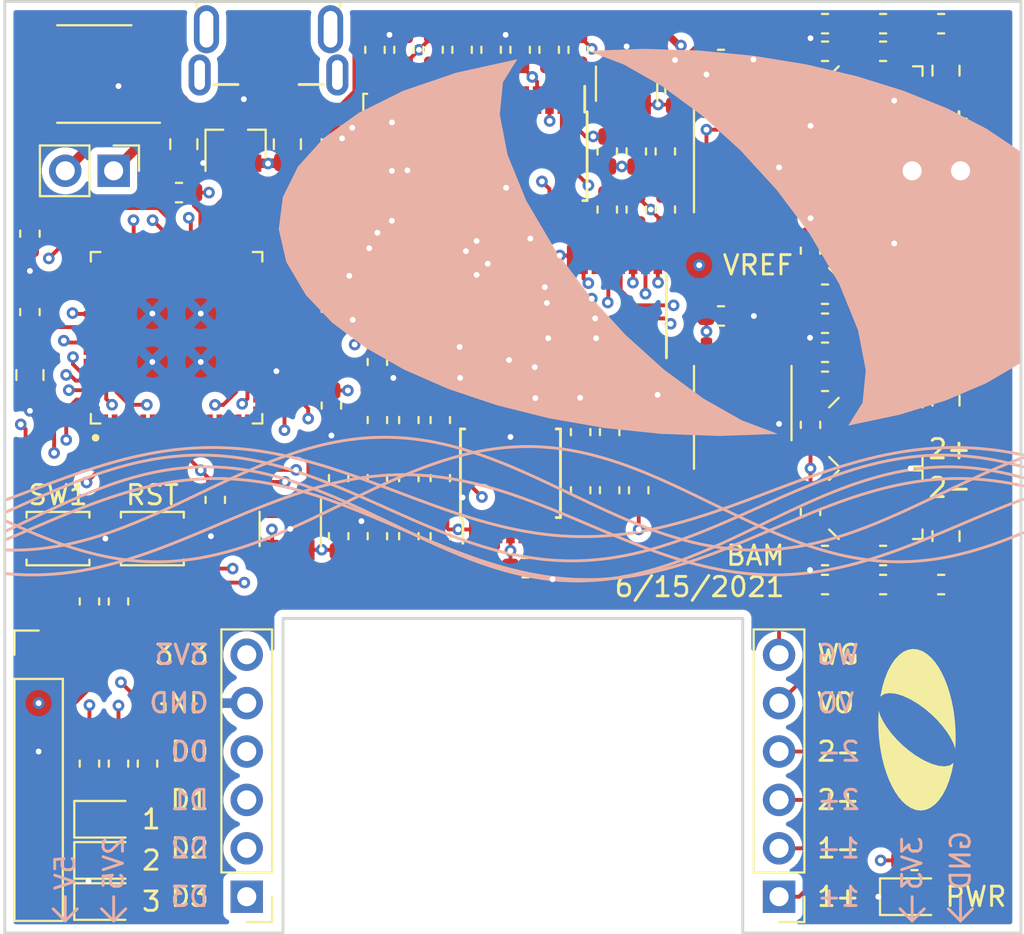
<source format=kicad_pcb>
(kicad_pcb (version 20211014) (generator pcbnew)
  (title_block (title "O-Scope") (date "2020-06-07") (company "Olin College"))
  (layers (0 "F.Cu" signal) (1 "In1.Cu" power) (2 "In2.Cu" signal) (31 "B.Cu" power) (34 "B.Paste" user) (35 "F.Paste" user) (36 "B.SilkS" user "B.Silkscreen") (37 "F.SilkS" user "F.Silkscreen") (38 "B.Mask" user) (39 "F.Mask" user) (44 "Edge.Cuts" user))
  (net 0 "")
  (net 1 "GND")
  (net 2 "Net-(C1-Pad2)")
  (net 3 "+3V3")
  (net 4 "/VREF")
  (net 5 "Net-(C11-Pad2)")
  (net 6 "/1+")
  (net 7 "/1-")
  (net 8 "Net-(C12-Pad2)")
  (net 9 "Net-(C13-Pad2)")
  (net 10 "/2+")
  (net 11 "Net-(C14-Pad2)")
  (net 12 "/2-")
  (net 13 "Net-(C15-Pad2)")
  (net 14 "Net-(C16-Pad2)")
  (net 15 "Net-(C17-Pad2)")
  (net 16 "Net-(C18-Pad2)")
  (net 17 "Net-(C34-Pad1)")
  (net 18 "Net-(C35-Pad2)")
  (net 19 "Net-(D1-Pad2)")
  (net 20 "Net-(D2-Pad2)")
  (net 21 "Net-(D3-Pad2)")
  (net 22 "Net-(D4-Pad2)")
  (net 23 "Net-(J1-Pad1)")
  (net 24 "Net-(J1-Pad4)")
  (net 25 "Net-(J1-Pad5)")
  (net 26 "Net-(J2-Pad2)")
  (net 27 "Net-(J2-Pad3)")
  (net 28 "Net-(J2-Pad4)")
  (net 29 "Net-(J2-Pad11)")
  (net 30 "Net-(J2-Pad6)")
  (net 31 "Net-(J2-Pad10)")
  (net 32 "Net-(J2-Pad7)")
  (net 33 "Net-(J2-Pad9)")
  (net 34 "Net-(J2-Pad8)")
  (net 35 "/D1")
  (net 36 "/D3")
  (net 37 "/D0")
  (net 38 "/D2")
  (net 39 "/VOUT")
  (net 40 "/VOFF")
  (net 41 "Net-(R2-Pad2)")
  (net 42 "Net-(R3-Pad2)")
  (net 43 "Net-(R4-Pad1)")
  (net 44 "Net-(R5-Pad1)")
  (net 45 "Net-(R6-Pad1)")
  (net 46 "Net-(R16-Pad1)")
  (net 47 "Net-(R26-Pad2)")
  (net 48 "/CH1")
  (net 49 "Net-(R27-Pad2)")
  (net 50 "Net-(R28-Pad2)")
  (net 51 "/CH2")
  (net 52 "Net-(R34-Pad2)")
  (net 53 "Net-(R35-Pad2)")
  (net 54 "Net-(R39-Pad2)")
  (net 55 "Net-(R40-Pad1)")
  (net 56 "Net-(R42-Pad1)")
  (net 57 "Net-(R44-Pad1)")
  (net 58 "Net-(R46-Pad2)")
  (net 59 "Net-(R46-Pad1)")
  (net 60 "Net-(R47-Pad1)")
  (net 61 "Net-(R47-Pad2)")
  (net 62 "Net-(R50-Pad1)")
  (net 63 "Net-(R51-Pad2)")
  (net 64 "Net-(U2-Pad2)")
  (net 65 "Net-(U2-Pad3)")
  (net 66 "/SCK_DDS")
  (net 67 "/MOSI_DDS")
  (net 68 "Net-(U2-Pad6)")
  (net 69 "/DAC1")
  (net 70 "/MISO_POT")
  (net 71 "/MISO_DDS")
  (net 72 "Net-(U2-Pad13)")
  (net 73 "/NCS_DDS")
  (net 74 "/DAC2")
  (net 75 "/MCLK_DDS")
  (net 76 "/NCS_POT")
  (net 77 "/MOSI_POT")
  (net 78 "/SCK_POT")
  (net 79 "Net-(U2-Pad46)")
  (net 80 "Net-(U2-Pad47)")
  (net 81 "Net-(U2-Pad48)")
  (net 82 "Net-(U2-Pad49)")
  (net 83 "Net-(U2-Pad50)")
  (net 84 "Net-(U2-Pad51)")
  (net 85 "Net-(U2-Pad52)")
  (net 86 "Net-(U2-Pad53)")
  (net 87 "/~{SQ}")
  (net 88 "/WGGAIN")
  (net 89 "/CH1GAIN")
  (net 90 "/CH2GAIN")
  (net 91 "Net-(U5-Pad1)")
  (net 92 "Net-(U6-Pad1)")
  (net 93 "Net-(U10-Pad15)")
  (net 94 "Net-(U7-Pad13)")
  (net 95 "Net-(U10-Pad4)")
  (net 96 "Net-(U10-Pad1)")
  (net 97 "Net-(U10-Pad14)")
  (net 98 "Net-(U12-Pad1)")
  (net 99 "Net-(U7-Pad2)")
  (net 100 "Net-(C38-Pad1)")
  (net 101 "/2V5")
  (net 102 "Net-(U11-Pad4)")
  (net 103 "Net-(U11-Pad5)")
  (net 104 "Net-(U11-Pad6)")
  (net 105 "Net-(U11-Pad7)")
  (net 106 "Net-(U2-Pad22)")
  (net 107 "Net-(U2-Pad23)")
  (net 108 "Net-(U2-Pad24)")
  (net 109 "Net-(U2-Pad25)")
  (net 110 "Net-(U2-Pad55)")
  (net 111 "Net-(U2-Pad58)")
  (net 112 "Net-(U2-Pad59)")
  (net 113 "+5V")
  (net 114 "Net-(U13-Pad8)")
  (net 115 "Net-(J1-Pad6)")
  (net 116 "Net-(U2-Pad4)")
  (net 117 "Net-(U2-Pad5)")
  (footprint "Capacitor_SMD:C_0603_1608Metric" (layer "F.Cu") (at 109.601 68.961 180)
    (fp_text reference "C16" hide)
    (fp_text value "1nF" hide)
  )
  (footprint "Resistor_SMD:R_0805_2012Metric" (layer "F.Cu") (at 112.903 55.7022 -90)
    (fp_text reference "R8" hide)
    (fp_text value "8.87M" hide)
  )
  (footprint "Capacitor_SMD:C_0603_1608Metric" (layer "F.Cu") (at 106.553 70.485 180)
    (fp_text reference "C21" hide)
    (fp_text value "100pF" hide)
  )
  (footprint "Capacitor_SMD:C_0805_2012Metric" (layer "F.Cu") (at 64.8208 71.6788 90)
    (fp_text reference "C1" hide)
    (fp_text value "10µF" hide)
  )
  (footprint "Capacitor_SMD:C_0603_1608Metric" (layer "F.Cu") (at 64.8208 68.3768 -90)
    (fp_text reference "C2" hide)
    (fp_text value "0.1µF" hide)
  )
  (footprint "Capacitor_SMD:C_0603_1608Metric" (layer "F.Cu") (at 80.645 73.279 90)
    (fp_text reference "C4" hide)
    (fp_text value "0.1µF" hide)
  )
  (footprint "Capacitor_SMD:C_0805_2012Metric" (layer "F.Cu") (at 72.898 59.563 -90)
    (fp_text reference "C7" hide)
    (fp_text value "10µF" hide)
  )
  (footprint "Capacitor_SMD:C_0603_1608Metric" (layer "F.Cu") (at 81.026 80.137 90)
    (fp_text reference "C9" hide)
    (fp_text value "0.1µF" hide)
  )
  (footprint "Capacitor_SMD:C_0603_1608Metric" (layer "F.Cu") (at 81.026 77.089 90)
    (fp_text reference "C10" hide)
    (fp_text value "100pF" hide)
  )
  (footprint "Capacitor_SMD:C_0603_1608Metric" (layer "F.Cu") (at 112.649 53.2384 180)
    (fp_text reference "C11" hide)
    (fp_text value "15pF" hide)
  )
  (footprint "Capacitor_SMD:C_0603_1608Metric" (layer "F.Cu") (at 112.649 68.961 180)
    (fp_text reference "C12" hide)
    (fp_text value "15pF" hide)
  )
  (footprint "Capacitor_SMD:C_0603_1608Metric" (layer "F.Cu") (at 112.649 70.485 180)
    (fp_text reference "C13" hide)
    (fp_text value "15pF" hide)
  )
  (footprint "Capacitor_SMD:C_0603_1608Metric" (layer "F.Cu") (at 112.649 82.677 180)
    (fp_text reference "C14" hide)
    (fp_text value "15pF" hide)
  )
  (footprint "Capacitor_SMD:C_0603_1608Metric" (layer "F.Cu") (at 109.601 53.2384 180)
    (fp_text reference "C15" hide)
    (fp_text value "1nF" hide)
  )
  (footprint "Capacitor_SMD:C_0603_1608Metric" (layer "F.Cu") (at 109.601 70.485 180)
    (fp_text reference "C17" hide)
    (fp_text value "1nF" hide)
  )
  (footprint "Capacitor_SMD:C_0603_1608Metric" (layer "F.Cu") (at 109.601 82.677 180)
    (fp_text reference "C18" hide)
    (fp_text value "1nF" hide)
  )
  (footprint "Capacitor_SMD:C_0603_1608Metric" (layer "F.Cu") (at 106.553 53.2384 180)
    (fp_text reference "C19" hide)
    (fp_text value "100pF" hide)
  )
  (footprint "Capacitor_SMD:C_0603_1608Metric" (layer "F.Cu") (at 106.553 68.961 180)
    (fp_text reference "C20" hide)
    (fp_text value "100pF" hide)
  )
  (footprint "Capacitor_SMD:C_0603_1608Metric" (layer "F.Cu") (at 106.553 82.677 180)
    (fp_text reference "C22" hide)
    (fp_text value "100pF" hide)
  )
  (footprint "Capacitor_SMD:C_0603_1608Metric" (layer "F.Cu") (at 98.679 56.769 -90)
    (fp_text reference "C27" hide)
    (fp_text value "0.1µF" hide)
  )
  (footprint "Capacitor_SMD:C_0603_1608Metric" (layer "F.Cu") (at 90.551 54.61 -90)
    (fp_text reference "C30" hide)
    (fp_text value "0.1µF" hide)
  )
  (footprint "Capacitor_SMD:C_0603_1608Metric" (layer "F.Cu") (at 91.059 65.405)
    (fp_text reference "C31" hide)
    (fp_text value "0.1µF" hide)
  )
  (footprint "Capacitor_SMD:C_0603_1608Metric" (layer "F.Cu") (at 82.931 54.61 90)
    (fp_text reference "C34" hide)
    (fp_text value "0.1µF" hide)
  )
  (footprint "Capacitor_SMD:C_0603_1608Metric" (layer "F.Cu") (at 85.979 54.61 -90)
    (fp_text reference "C35" hide)
    (fp_text value "10nF" hide)
  )
  (footprint "Capacitor_SMD:C_0603_1608Metric" (layer "F.Cu") (at 84.455 54.61 -90)
    (fp_text reference "C36" hide)
    (fp_text value "0.1µF" hide)
  )
  (footprint "Capacitor_SMD:C_0603_1608Metric" (layer "F.Cu") (at 86.36 70.993 90)
    (fp_text reference "C37" hide)
    (fp_text value "0.1µF" hide)
  )
  (footprint "LED_SMD:LED_0805_2012Metric" (layer "F.Cu") (at 68.834 99.314)
    (fp_text reference "D3" hide)
    (fp_text value "B" hide)
  )
  (footprint "LED_SMD:LED_0805_2012Metric" (layer "F.Cu") (at 111.125 99.06)
    (fp_text reference "D4" hide)
    (fp_text value "PWR" hide)
  )
  (footprint "Eclectronics:USB_microB_2040002-1" (layer "F.Cu") (at 77.343 53.5305 180)
    (fp_text reference "J2" hide)
    (fp_text value "USB_microB_2040002-1" hide)
  )
  (footprint "Resistor_SMD:R_0603_1608Metric" (layer "F.Cu") (at 80.645 59.4614 -90)
    (fp_text reference "R3" hide)
    (fp_text value "90.9K" hide)
  )
  (footprint "Resistor_SMD:R_0603_1608Metric" (layer "F.Cu") (at 67.945 92.075 -90)
    (fp_text reference "R4" hide)
    (fp_text value "1K" hide)
  )
  (footprint "Resistor_SMD:R_0603_1608Metric" (layer "F.Cu") (at 69.469 92.075 -90)
    (fp_text reference "R5" hide)
    (fp_text value "1K" hide)
  )
  (footprint "Resistor_SMD:R_0603_1608Metric" (layer "F.Cu") (at 70.993 92.075 -90)
    (fp_text reference "R6" hide)
    (fp_text value "1K" hide)
  )
  (footprint "Resistor_SMD:R_0603_1608Metric" (layer "F.Cu") (at 111.252 97.155)
    (fp_text reference "R7" hide)
    (fp_text value "1K" hide)
  )
  (footprint "Resistor_SMD:R_0805_2012Metric" (layer "F.Cu") (at 112.903 66.421 90)
    (fp_text reference "R9" hide)
    (fp_text value "8.87M" hide)
  )
  (footprint "Resistor_SMD:R_0805_2012Metric" (layer "F.Cu") (at 112.903 73.025 -90)
    (fp_text reference "R10" hide)
    (fp_text value "8.87M" hide)
  )
  (footprint "Resistor_SMD:R_0805_2012Metric" (layer "F.Cu") (at 112.903 80.137 90)
    (fp_text reference "R11" hide)
    (fp_text value "8.87M" hide)
  )
  (footprint "Resistor_SMD:R_0603_1608Metric" (layer "F.Cu") (at 109.601 54.6862)
    (fp_text reference "R12" hide)
    (fp_text value "130K" hide)
  )
  (footprint "Resistor_SMD:R_0603_1608Metric" (layer "F.Cu") (at 109.601 67.437)
    (fp_text reference "R13" hide)
    (fp_text value "130K" hide)
  )
  (footprint "Resistor_SMD:R_0603_1608Metric" (layer "F.Cu") (at 109.601 72.009)
    (fp_text reference "R14" hide)
    (fp_text value "130K" hide)
  )
  (footprint "Resistor_SMD:R_0603_1608Metric" (layer "F.Cu") (at 109.601 81.153)
    (fp_text reference "R15" hide)
    (fp_text value "130K" hide)
  )
  (footprint "Resistor_SMD:R_0603_1608Metric" (layer "F.Cu") (at 106.553 54.6862)
    (fp_text reference "R17" hide)
    (fp_text value "2M" hide)
  )
  (footprint "Resistor_SMD:R_0603_1608Metric" (layer "F.Cu") (at 106.553 67.437)
    (fp_text reference "R18" hide)
    (fp_text value "2M" hide)
  )
  (footprint "Resistor_SMD:R_0603_1608Metric" (layer "F.Cu") (at 106.553 72.009)
    (fp_text reference "R19" hide)
    (fp_text value "2M" hide)
  )
  (footprint "Resistor_SMD:R_0603_1608Metric" (layer "F.Cu") (at 106.553 81.153)
    (fp_text reference "R20" hide)
    (fp_text value "2M" hide)
  )
  (footprint "Resistor_SMD:R_0603_1608Metric" (layer "F.Cu") (at 92.075 54.61 -90)
    (fp_text reference "R21" hide)
    (fp_text value "10K" hide)
  )
  (footprint "Resistor_SMD:R_0603_1608Metric" (layer "F.Cu") (at 105.791 56.896 -90)
    (fp_text reference "R22" hide)
    (fp_text value "2M" hide)
  )
  (footprint "Resistor_SMD:R_0603_1608Metric" (layer "F.Cu") (at 105.791 65.151 90)
    (fp_text reference "R23" hide)
    (fp_text value "2M" hide)
  )
  (footprint "Resistor_SMD:R_0603_1608Metric" (layer "F.Cu") (at 105.791 74.295 -90)
    (fp_text reference "R24" hide)
    (fp_text value "2M" hide)
  )
  (footprint "Resistor_SMD:R_0603_1608Metric" (layer "F.Cu") (at 105.791 78.867 90)
    (fp_text reference "R25" hide)
    (fp_text value "2M" hide)
  )
  (footprint "Resistor_SMD:R_0603_1608Metric" (layer "F.Cu") (at 96.647 59.944 -90)
    (fp_text reference "R26" hide)
    (fp_text value "806" hide)
  )
  (footprint "Resistor_SMD:R_0603_1608Metric" (layer "F.Cu") (at 98.171 59.944 -90)
    (fp_text reference "R27" hide)
    (fp_text value "200" hide)
  )
  (footprint "Resistor_SMD:R_0603_1608Metric" (layer "F.Cu") (at 84.709 77.089 90)
    (fp_text reference "R34" hide)
    (fp_text value "732" hide)
  )
  (footprint "Resistor_SMD:R_0603_1608Metric" (layer "F.Cu") (at 84.709 74.041 90)
    (fp_text reference "R35" hide)
    (fp_text value "301" hide)
  )
  (footprint "Resistor_SMD:R_0603_1608Metric" (layer "F.Cu") (at 84.709 70.993 -90)
    (fp_text reference "R36" hide)
    (fp_text value "18.2" hide)
  )
  (footprint "Resistor_SMD:R_0603_1608Metric" (layer "F.Cu") (at 83.058 77.089 90)
    (fp_text reference "R37" hide)
    (fp_text value "10K" hide)
  )
  (footprint "Resistor_SMD:R_0603_1608Metric" (layer "F.Cu") (at 83.058 74.041 90)
    (fp_text reference "R38" hide)
    (fp_text value "11.8K" hide)
  )
  (footprint "Resistor_SMD:R_0603_1608Metric" (layer "F.Cu") (at 87.503 54.61 90)
    (fp_text reference "R41" hide)
    (fp_text value "90.9K" hide)
  )
  (footprint "Resistor_SMD:R_0603_1608Metric" (layer "F.Cu") (at 87.757 58.801 90)
    (fp_text reference "R42" hide)
    (fp_text value "732" hide)
  )
  (footprint "Resistor_SMD:R_0603_1608Metric" (layer "F.Cu") (at 86.233 58.801 90)
    (fp_text reference "R43" hide)
    (fp_text value "66.5K" hide)
  )
  (footprint "Resistor_SMD:R_0603_1608Metric" (layer "F.Cu") (at 83.058 80.137 90)
    (fp_text reference "R44" hide)
    (fp_text value "200" hide)
  )
  (footprint "Resistor_SMD:R_0603_1608Metric" (layer "F.Cu") (at 84.709 80.137 -90)
    (fp_text reference "R45" hide)
    (fp_text value "301" hide)
  )
  (footprint "Resistor_SMD:R_0603_1608Metric" (layer "F.Cu") (at 86.36 74.041 90)
    (fp_text reference "R46" hide)
    (fp_text value "10K" hide)
  )
  (footprint "Resistor_SMD:R_0603_1608Metric" (layer "F.Cu") (at 93.726 74.676 90)
    (fp_text reference "R47" hide)
    (fp_text value "10K" hide)
  )
  (footprint "Resistor_SMD:R_0603_1608Metric" (layer "F.Cu") (at 86.36 80.137 -90)
    (fp_text reference "R48" hide)
    (fp_text value "90.9K" hide)
  )
  (footprint "Resistor_SMD:R_0603_1608Metric" (layer "F.Cu") (at 86.36 77.089 90)
    (fp_text reference "R49" hide)
    (fp_text value "10K" hide)
  )
  (footprint "Resistor_SMD:R_0603_1608Metric" (layer "F.Cu") (at 95.25 74.676 -90)
    (fp_text reference "R50" hide)
    (fp_text value "10K" hide)
  )
  (footprint "Resistor_SMD:R_0603_1608Metric" (layer "F.Cu") (at 95.25 77.724 90)
    (fp_text reference "R51" hide)
    (fp_text value "301" hide)
  )
  (footprint "Resistor_SMD:R_0603_1608Metric" (layer "F.Cu") (at 96.774 77.724 -90)
    (fp_text reference "R52" hide)
    (fp_text value "200" hide)
  )
  (footprint "Resistor_SMD:R_0603_1608Metric" (layer "F.Cu") (at 93.726 77.724 90)
    (fp_text reference "R53" hide)
    (fp_text value "90.9K" hide)
  )
  (footprint "Button_Switch_SMD:SW_SPST_B3U-1000P" (layer "F.Cu") (at 71.247 80.264)
    (fp_text reference "S1" hide)
    (fp_text value "RST" hide)
  )
  (footprint "Button_Switch_SMD:SW_SPST_B3U-1000P" (layer "F.Cu") (at 66.294 80.264 180)
    (fp_text reference "S2" hide)
    (fp_text value "SW1" hide)
  )
  (footprint "Package_TO_SOT_SMD:SOT-23-5" (layer "F.Cu") (at 96.139 56.388 -90)
    (fp_text reference "U4" hide)
    (fp_text value "MCP6021" hide)
  )
  (footprint "Package_SO:TSSOP-14_4.4x5mm_P0.65mm" (layer "F.Cu") (at 91.44 60.198 -90)
    (fp_text reference "U7" hide)
    (fp_text value "MCP6024" hide)
  )
  (footprint "Package_SO:TSSOP-16_4.4x5mm_P0.65mm" (layer "F.Cu") (at 85.09 65.278 -90)
    (fp_text reference "U10" hide)
    (fp_text value "CD74HC4053" hide)
  )
  (footprint "Resistor_SMD:R_0603_1608Metric" (layer "F.Cu") (at 83.058 70.993 90)
    (fp_text reference "R39" hide)
    (fp_text value "10K" hide)
  )
  (footprint "Package_SO:TSSOP-14_4.4x5mm_P0.65mm" (layer "F.Cu") (at 90.043 76.835 90)
    (fp_text reference "U13" hide)
    (fp_text value "MCP6024" hide)
  )
  (footprint "Eclectronics:AD9837" (layer "F.Cu") (at 83.82 58.42 -90)
    (fp_text reference "U9" hide)
    (fp_text value "AD9837" hide)
  )
  (footprint "Resistor_SMD:R_0603_1608Metric" (layer "F.Cu") (at 89.027 54.61 90)
    (fp_text reference "R40" hide)
    (fp_text value "301" hide)
  )
  (footprint "Capacitor_SMD:C_0603_1608Metric" (layer "F.Cu") (at 89.281 71.755 180)
    (fp_text reference "C39" hide)
    (fp_text value "0.1µF" hide)
  )
  (footprint "Package_SO:TSSOP-16_4.4x5mm_P0.65mm" (layer "F.Cu") (at 95.504 68.58 90)
    (fp_text reference "U8" hide)
    (fp_text value "CD74HC4053" hide)
  )
  (footprint "Package_TO_SOT_SMD:TSOT-23-8" (layer "F.Cu") (at 90.297 68.453 90)
    (fp_text reference "U12" hide)
    (fp_text value "AD5160" hide)
  )
  (footprint "Resistor_SMD:R_0603_1608Metric" (layer "F.Cu") (at 96.647 62.992 90)
    (fp_text reference "R28" hide)
    (fp_text value "806" hide)
  )
  (footprint "Resistor_SMD:R_0603_1608Metric" (layer "F.Cu") (at 95.123 62.992 90)
    (fp_text reference "R31" hide)
    (fp_text value "110K" hide)
  )
  (footprint "Resistor_SMD:R_0603_1608Metric" (layer "F.Cu") (at 98.171 62.992 90)
    (fp_text reference "R29" hide)
    (fp_text value "200" hide)
  )
  (footprint "Resistor_SMD:R_0603_1608Metric" (layer "F.Cu") (at 95.123 59.944 -90)
    (fp_text reference "R30" hide)
    (fp_text value "110K" hide)
  )
  (footprint "Resistor_SMD:R_0603_1608Metric" (layer "F.Cu") (at 93.599 54.61 90)
    (fp_text reference "R16" hide)
    (fp_text value "10K" hide)
  )
  (footprint "Capacitor_SMD:C_0603_1608Metric" (layer "F.Cu") (at 101.092 68.58 180)
    (fp_text reference "C29" hide)
    (fp_text value "0.1µF" hide)
  )
  (footprint "Capacitor_SMD:C_0603_1608Metric" (layer "F.Cu") (at 101.092 55.118 180)
    (fp_text reference "C28" hide)
    (fp_text value "0.1µF" hide)
  )
  (footprint "Connector_PinHeader_2.54mm:PinHeader_1x06_P2.54mm_Vertical" (layer "F.Cu") (at 104.14 99.06 180)
    (fp_text reference "J3" hide)
    (fp_text value "Analog" hide)
  )
  (footprint "Connector_PinHeader_2.54mm:PinHeader_1x06_P2.54mm_Vertical" (layer "F.Cu") (at 76.2 99.06 180)
    (fp_text reference "J4" hide)
    (fp_text value "Digital" hide)
  )
  (footprint "Connector_PinHeader_2.54mm:PinHeader_1x02_P2.54mm_Vertical" (layer "F.Cu") (at 113.665 60.96 -90)
    (fp_text reference "J6" hide)
    (fp_text value "Power2" hide)
  )
  (footprint "Connector_PinHeader_2.54mm:PinHeader_1x02_P2.54mm_Vertical" (layer "F.Cu") (at 69.215 60.96 -90)
    (fp_text reference "J5" hide)
    (fp_text value "Power1" hide)
  )
  (footprint "LED_SMD:LED_0805_2012Metric" (layer "F.Cu") (at 68.834 94.996)
    (fp_text reference "D1" hide)
    (fp_text value "G" hide)
  )
  (footprint "LED_SMD:LED_0805_2012Metric" (layer "F.Cu") (at 68.834 97.155)
    (fp_text reference "D2" hide)
    (fp_text value "R" hide)
  )
  (footprint "Package_TO_SOT_SMD:SOT-23-6" (layer "F.Cu") (at 78.486 79.756 -90)
    (fp_text reference "U3" hide)
    (fp_text value "MCP1501T-20E_CHY" hide)
  )
  (footprint "Package_SO:SO-8_3.9x4.9mm_P1.27mm" (layer "F.Cu") (at 68.199 55.88 180)
    (fp_text reference "U11" hide)
    (fp_text value "TLE2426D" hide)
  )
  (footprint "Capacitor_SMD:C_0603_1608Metric" (layer "F.Cu") (at 64.8208 64.262 -90)
    (fp_text reference "C38" hide)
    (fp_text value "1µF" hide)
  )
  (footprint "Capacitor_SMD:C_0603_1608Metric" (layer "F.Cu") (at 80.645 68.199 -90)
    (fp_text reference "C5" hide)
    (fp_text value "0.1µF" hide)
  )
  (footprint "Eclectronics:OlinLogoLg1" (layer "F.Cu") (at 111.379 90.297 90)
    (fp_text reference "OlinLogoLg1" hide)
    (fp_text value "G***" hide)
  )
  (footprint "Capacitor_SMD:C_0603_1608Metric" (layer "F.Cu") (at 90.8304 81.788)
    (fp_text reference "C40" hide)
    (fp_text value "0.1µF" hide)
  )
  (footprint "Package_SO:SOIC-8_3.9x4.9mm_P1.27mm" (layer "F.Cu") (at 102.235 59.69 90)
    (fp_text reference "U5" hide)
    (fp_text value "MCP6N11-001E_SN" hide)
  )
  (footprint "Package_SO:SOIC-8_3.9x4.9mm_P1.27mm" (layer "F.Cu") (at 102.235 73.152 90)
    (fp_text reference "U6" hide)
    (fp_text value "MCP6N11-001E_SN" hide)
  )
  (footprint "Capacitor_SMD:C_0603_1608Metric" (layer "F.Cu") (at 74.549 78.232 90)
    (fp_text reference "C3" hide)
    (fp_text value "0.1µF" hide)
  )
  (footprint "Capacitor_SMD:C_Trimmer_Sprague-Goodman_SGC3" (layer "F.Cu") (at 109.22 57.277)
    (fp_text reference "C23" hide)
    (fp_text value "SGC3S300" hide)
  )
  (footprint "Capacitor_SMD:C_Trimmer_Sprague-Goodman_SGC3" (layer "F.Cu") (at 109.22 64.77)
    (fp_text reference "C24" hide)
    (fp_text value "SGC3S300" hide)
  )
  (footprint "Capacitor_SMD:C_Trimmer_Sprague-Goodman_SGC3" (layer "F.Cu") (at 109.22 74.676)
    (fp_text reference "C25" hide)
    (fp_text value "SGC3S300" hide)
  )
  (footprint "Capacitor_SMD:C_Trimmer_Sprague-Goodman_SGC3" (layer "F.Cu") (at 109.22 78.486)
    (fp_text reference "C26" hide)
    (fp_text value "SGC3S300" hide)
  )
  (footprint "Resistor_SMD:R_0603_1608Metric" (layer "F.Cu") (at 67.945 83.566 90)
    (fp_text reference "R2" hide)
    (fp_text value "10K" hide)
  )
  (footprint "Resistor_SMD:R_0603_1608Metric" (layer "F.Cu") (at 69.469 83.566 90)
    (fp_text reference "R1" hide)
    (fp_text value "10K" hide)
  )
  (footprint "Capacitor_SMD:C_0603_1608Metric" (layer "F.Cu") (at 72.644 62.103)
    (fp_text reference "C6" hide)
    (fp_text value "0.1µF" hide)
  )
  (footprint "Package_TO_SOT_SMD:SOT-23" (layer "F.Cu") (at 75.6158 59.563 90)
    (fp_text reference "U1" hide)
    (fp_text value "MCP1702T-3302E_CB" hide)
  )
  (footprint "Capacitor_SMD:C_0805_2012Metric" (layer "F.Cu") (at 78.3336 59.563 90)
    (fp_text reference "C8" hide)
    (fp_text value "10µF" hide)
  )
  (footprint "Eclectronics:ICD3_header" (layer "F.Cu") (at 65.278 92.71)
    (fp_text reference "J1" hide)
    (fp_text value "ICD3 Header" hide)
  )
  (footprint "Eclectronics:pic24fj128gc006" (layer "F.Cu") (at 72.517 69.723 90)
    (fp_text reference "U2" hide)
    (fp_text value "PIC24FJ128GC006-I_MR" hide)
  )
  (footprint "Eclectronics:60mil_testpoint" (layer "F.Cu") (at 99.949 65.913)
    (fp_text reference "TP1" hide)
    (fp_text value "VREF" hide)
  )
  (footprint "Eclectronics:OlinLogoTruncated" (layer "B.Cu") (at 96.012 64.77)
    (fp_text reference "OlinLogoTruncated" hide)
    (fp_text value "G***" hide)
  )
  (footprint "Eclectronics:gestures_waves" (layer "B.Cu") (at 63.5 82.55)
    (fp_text reference "REF**" hide)
    (fp_text value "gesture" hide)
  )
  (gr_line (start 66.675 100.33) (end 67.31 99.695) (layer "B.SilkS") (width 0.15))
  (gr_line (start 66.04 99.695) (end 66.675 100.33) (layer "B.SilkS") (width 0.15))
  (gr_line (start 69.85 99.695) (end 69.215 100.33) (layer "B.SilkS") (width 0.15))
  (gr_line (start 69.215 100.33) (end 68.58 99.695) (layer "B.SilkS") (width 0.15))
  (gr_line (start 66.675 99.06) (end 66.675 100.33) (layer "B.SilkS") (width 0.15))
  (gr_line (start 69.215 99.06) (end 69.215 100.33) (layer "B.SilkS") (width 0.15))
  (gr_line (start 111.125 100.33) (end 110.49 99.695) (layer "B.SilkS") (width 0.15))
  (gr_line (start 113.665 100.33) (end 113.03 99.695) (layer "B.SilkS") (width 0.15))
  (gr_line (start 113.665 100.33) (end 114.3 99.695) (layer "B.SilkS") (width 0.15))
  (gr_line (start 111.125 99.06) (end 111.125 100.33) (layer "B.SilkS") (width 0.15))
  (gr_line (start 111.125 100.33) (end 111.76 99.695) (layer "B.SilkS") (width 0.15))
  (gr_line (start 113.665 99.06) (end 113.665 100.33) (layer "B.SilkS") (width 0.15))
  (gr_line (start 63.5 52.07) (end 116.84 52.07) (layer "Edge.Cuts") (width 0.15))
  (gr_line (start 102.235 100.965) (end 102.235 84.455) (layer "Edge.Cuts") (width 0.15))
  (gr_line (start 63.5 100.965) (end 63.5 52.07) (layer "Edge.Cuts") (width 0.15))
  (gr_line (start 78.105 100.965) (end 63.5 100.965) (layer "Edge.Cuts") (width 0.15))
  (gr_line (start 102.235 84.455) (end 78.105 84.455) (layer "Edge.Cuts") (width 0.15))
  (gr_line (start 116.84 52.07) (end 116.84 100.965) (layer "Edge.Cuts") (width 0.15))
  (gr_line (start 116.84 100.965) (end 102.235 100.965) (layer "Edge.Cuts") (width 0.15))
  (gr_line (start 78.105 84.455) (end 78.105 100.965) (layer "Edge.Cuts") (width 0.15))
  (gr_text "3V3" (at 111.125 98.806 90) (layer "B.SilkS") (effects (font (size 1.016 1.016) (thickness 0.1524)) (justify right mirror)))
  (gr_text "GND" (at 113.665 98.806 90) (layer "B.SilkS") (effects (font (size 1.016 1.016) (thickness 0.1524)) (justify right mirror)))
  (gr_text "5V" (at 66.675 98.806 90) (layer "B.SilkS") (effects (font (size 1.016 1.016) (thickness 0.1524)) (justify right mirror)))
  (gr_text "2V5" (at 69.215 98.806 90) (layer "B.SilkS") (effects (font (size 1.016 1.016) (thickness 0.1524)) (justify right mirror)))
  (gr_text "D1" (at 74.295 93.98) (layer "B.SilkS") (effects (font (size 1.016 1.016) (thickness 0.1524)) (justify left mirror)))
  (gr_text "GND" (at 74.295 88.9) (layer "B.SilkS") (effects (font (size 1.016 1.016) (thickness 0.1524)) (justify left mirror)))
  (gr_text "3V3" (at 74.295 86.36) (layer "B.SilkS") (effects (font (size 1.016 1.016) (thickness 0.1524)) (justify left mirror)))
  (gr_text "2-" (at 106.045 91.44) (layer "B.SilkS") (effects (font (size 1.016 1.016) (thickness 0.1524)) (justify right mirror)))
  (gr_text "1+" (at 106.045 99.06) (layer "B.SilkS") (effects (font (size 1.016 1.016) (thickness 0.1524)) (justify right mirror)))
  (gr_text "VO" (at 106.045 88.9) (layer "B.SilkS") (effects (font (size 1.016 1.016) (thickness 0.1524)) (justify right mirror)))
  (gr_text "2+" (at 106.045 93.98) (layer "B.SilkS") (effects (font (size 1.016 1.016) (thickness 0.1524)) (justify right mirror)))
  (gr_text "D3" (at 74.295 99.06) (layer "B.SilkS") (effects (font (size 1.016 1.016) (thickness 0.1524)) (justify left mirror)))
  (gr_text "1-" (at 106.045 96.52) (layer "B.SilkS") (effects (font (size 1.016 1.016) (thickness 0.1524)) (justify right mirror)))
  (gr_text "WG" (at 106.045 86.36) (layer "B.SilkS") (effects (font (size 1.016 1.016) (thickness 0.1524)) (justify right mirror)))
  (gr_text "D0" (at 74.295 91.44) (layer "B.SilkS") (effects (font (size 1.016 1.016) (thickness 0.1524)) (justify left mirror)))
  (gr_text "D2" (at 74.295 96.52) (layer "B.SilkS") (effects (font (size 1.016 1.016) (thickness 0.1524)) (justify left mirror)))
  (gr_text "RST" (at 71.247 77.978) (layer "F.SilkS") (effects (font (size 1.016 1.016) (thickness 0.1524))))
  (gr_text "D0" (at 74.295 91.44) (layer "F.SilkS") (effects (font (size 1.016 1.016) (thickness 0.1524)) (justify right)))
  (gr_text "6/15/2021" (at 104.521 82.804) (layer "F.SilkS") (effects (font (size 1.016 1.016) (thickness 0.1524)) (justify right)))
  (gr_text "1+" (at 111.887 58.166) (layer "F.SilkS") (effects (font (size 1.016 1.016) (thickness 0.1524)) (justify left)))
  (gr_text "2+" (at 111.887 75.565) (layer "F.SilkS") (effects (font (size 1.016 1.016) (thickness 0.1524)) (justify left)))
  (gr_text "2-" (at 111.887 77.597) (layer "F.SilkS") (effects (font (size 1.016 1.016) (thickness 0.1524)) (justify left)))
  (gr_text "1-" (at 111.887 63.881) (layer "F.SilkS") (effects (font (size 1.016 1.016) (thickness 0.1524)) (justify left)))
  (gr_text "SW1" (at 66.294 77.978) (layer "F.SilkS") (effects (font (size 1.016 1.016) (thickness 0.1524))))
  (gr_text "BAM" (at 104.521 81.153) (layer "F.SilkS") (effects (font (size 1.016 1.016) (thickness 0.1524)) (justify right)))
  (gr_text "D1" (at 74.295 93.98) (layer "F.SilkS") (effects (font (size 1.016 1.016) (thickness 0.1524)) (justify right)))
  (gr_text "2+" (at 106.045 93.98) (layer "F.SilkS") (effects (font (size 1.016 1.016) (thickness 0.1524)) (justify left)))
  (gr_text "3" (at 70.612 99.314) (layer "F.SilkS") (effects (font (size 1.016 1.016) (thickness 0.1524)) (justify left)))
  (gr_text "1" (at 70.612 94.996) (layer "F.SilkS") (effects (font (size 1.016 1.016) (thickness 0.1524)) (justify left)))
  (gr_text "D3" (at 74.295 99.06) (layer "F.SilkS") (effects (font (size 1.016 1.016) (thickness 0.1524)) (justify right)))
  (gr_text "WG" (at 106.045 86.36) (layer "F.SilkS") (effects (font (size 1.016 1.016) (thickness 0.1524)) (justify left)))
  (gr_text "PWR" (at 112.776 99.06) (layer "F.SilkS") (effects (font (size 1.016 1.016) (thickness 0.1524)) (justify left)))
  (gr_text "3V3" (at 74.295 86.36) (layer "F.SilkS") (effects (font (size 1.016 1.016) (thickness 0.1524)) (justify right)))
  (gr_text "2" (at 70.612 97.155) (layer "F.SilkS") (effects (font (size 1.016 1.016) (thickness 0.1524)) (justify left)))
  (gr_text "VREF" (at 101.092 65.913) (layer "F.SilkS") (effects (font (size 1.016 1.016) (thickness 0.1524)) (justify left)))
  (gr_text "2-" (at 106.045 91.44) (layer "F.SilkS") (effects (font (size 1.016 1.016) (thickness 0.1524)) (justify left)))
  (gr_text "VO" (at 106.045 88.9) (layer "F.SilkS") (effects (font (size 1.016 1.016) (thickness 0.1524)) (justify left)))
  (gr_text "D2" (at 74.295 96.52) (layer "F.SilkS") (effects (font (size 1.016 1.016) (thickness 0.1524)) (justify right)))
  (gr_text "GND" (at 74.295 88.9) (layer "F.SilkS") (effects (font (size 1.016 1.016) (thickness 0.1524)) (justify right)))
  (gr_text "1-" (at 106.045 96.52) (layer "F.SilkS") (effects (font (size 1.016 1.016) (thickness 0.1524)) (justify left)))
  (gr_text "1+" (at 106.045 99.06) (layer "F.SilkS") (effects (font (size 1.016 1.016) (thickness 0.1524)) (justify left)))
  (segment (start 83.465 62.328) (end 84.115 62.328) (width 0.2032) (layer "F.Cu") (net 1))
  (segment (start 110.1875 99.06) (end 109.347 99.06) (width 0.2032) (layer "F.Cu") (net 1))
  (segment (start 105.7655 69.7229) (end 105.7655 70.485) (width 0.2032) (layer "F.Cu") (net 1))
  (segment (start 69.547 80.264) (end 67.994 80.264) (width 0.2032) (layer "F.Cu") (net 1))
  (segment (start 81.026 79.3495) (end 82.2197 79.3495) (width 0.2032) (layer "F.Cu") (net 1))
  (segment (start 64.8208 67.5893) (end 64.8208 66.2178) (width 0.2032) (layer "F.Cu") (net 1))
  (segment (start 90.043 73.885) (end 90.043 74.93) (width 0.2032) (layer "F.Cu") (net 1))
  (segment (start 83.6929 53.8225) (end 82.931 53.8225) (width 0.2032) (layer "F.Cu") (net 1))
  (segment (start 82.815 62.328) (end 83.465 62.328) (width 0.2032) (layer "F.Cu") (net 1))
  (segment (start 70.774 56.515) (end 69.469 56.515) (width 0.508) (layer "F.Cu") (net 1))
  (segment (start 105.7655 81.9149) (end 105.7655 81.153) (width 0.2032) (layer "F.Cu") (net 1))
  (segment (start 101.8795 55.118) (end 102.7938 55.118) (width 0.2032) (layer "F.Cu") (net 1))
  (segment (start 67.8965 98.2449) (end 67.8965 99.314) (width 0.2032) (layer "F.Cu") (net 1))
  (segment (start 72.9605 60.563) (end 72.898 60.5005) (width 0.508) (layer "F.Cu") (net 1))
  (segment (start 91.44 64.1604) (end 91.44 63.148) (width 0.2032) (layer "F.Cu") (net 1))
  (segment (start 104.14 62.165) (end 104.14 60.7822) (width 0.2032) (layer "F.Cu") (net 1))
  (segment (start 76.043 57.1962) (end 76.0476 57.2008) (width 0.3048) (layer "F.Cu") (net 1))
  (segment (start 81.026 75.2856) (end 80.645 74.9046) (width 0.2032) (layer "F.Cu") (net 1))
  (segment (start 87.4267 71.7805) (end 87.4014 71.8058) (width 0.2032) (layer "F.Cu") (net 1))
  (segment (start 111.0575 76.5723) (end 111.0488 76.581) (width 0.2032) (layer "F.Cu") (net 1))
  (segment (start 105.7655 67.437) (end 105.7655 68.961) (width 0.2032) (layer "F.Cu") (net 1))
  (segment (start 90.627 69.763) (end 90.627 70.576196) (width 0.2032) (layer "F.Cu") (net 1))
  (segment (start 90.2715 65.405) (end 90.2715 65.3289) (width 0.2032) (layer "F.Cu") (net 1))
  (segment (start 83.6929 53.8225) (end 83.693 53.8226) (width 0.2032) (layer "F.Cu") (net 1))
  (segment (start 84.32 59.87) (end 84.32 58.92) (width 0.2032) (layer "F.Cu") (net 1))
  (segment (start 77.752118 71.473) (end 77.756244 71.477126) (width 0.2032) (layer "F.Cu") (net 1))
  (segment (start 83.058 71.7805) (end 83.8961 71.7805) (width 0.2032) (layer "F.Cu") (net 1))
  (segment (start 101.8795 68.58) (end 102.8192 68.58) (width 0.2032) (layer "F.Cu") (net 1))
  (segment (start 84.32 58.92) (end 83.82 58.42) (width 0.2032) (layer "F.Cu") (net 1))
  (segment (start 67.994 80.264) (end 68.783194 80.264) (width 0.2032) (layer "F.Cu") (net 1))
  (segment (start 67.8965 94.996) (end 67.8965 95.696) (width 0.2032) (layer "F.Cu") (net 1))
  (segment (start 80.645 74.9046) (end 80.645 74.8538) (width 0.2032) (layer "F.Cu") (net 1))
  (segment (start 90.551 53.8225) (end 92.075 53.8225) (width 0.2032) (layer "F.Cu") (net 1))
  (segment (start 67.8965 95.696) (end 67.8965 96.0651) (width 0.2032) (layer "F.Cu") (net 1))
  (segment (start 73.9234 60.563) (end 72.9605 60.563) (width 0.508) (layer "F.Cu") (net 1))
  (segment (start 83.8961 71.7805) (end 84.709 71.7805) (width 0.2032) (layer "F.Cu") (net 1))
  (segment (start 96.479 71.53) (end 97.129 71.53) (width 0.2032) (layer "F.Cu") (net 1))
  (segment (start 111.0575 77.5828) (end 111.0575 76.5723) (width 0.2032) (layer "F.Cu") (net 1))
  (segment (start 74.549 79.9084) (end 74.3204 80.137) (width 0.2032) (layer "F.Cu") (net 1))
  (segment (start 105.765598 81.914998) (end 105.7656 81.914998) (width 0.2032) (layer "F.Cu") (net 1))
  (segment (start 84.455 53.8225) (end 83.6929 53.8225) (width 0.2032) (layer "F.Cu") (net 1))
  (segment (start 76.967 71.473) (end 77.752118 71.473) (width 0.2032) (layer "F.Cu") (net 1))
  (segment (start 104.14 75.627) (end 104.14 74.2442) (width 0.2032) (layer "F.Cu") (net 1))
  (segment (start 111.0575 57.277) (end 110.1852 57.277) (width 0.2032) (layer "F.Cu") (net 1))
  (segment (start 84.63238 60.87017) (end 84.63238 60.933795) (width 0.2032) (layer "F.Cu") (net 1))
  (segment (start 72.7479 60.5005) (end 72.898 60.5005) (width 0.508) (layer "F.Cu") (net 1))
  (segment (start 90.551 53.8225) (end 89.7891 53.8225) (width 0.2032) (layer "F.Cu") (net 1))
  (segment (start 72.767 74.173) (end 72.767 72.013) (width 0.2032) (layer "F.Cu") (net 1))
  (segment (start 111.0575 64.77) (end 110.1852 64.77) (width 0.2032) (layer "F.Cu") (net 1))
  (segment (start 83.32 56.97) (end 83.32 57.92) (width 0.2032) (layer "F.Cu") (net 1))
  (segment (start 105.7655 53.9749) (end 105.7655 53.2384) (width 0.2032) (layer "F.Cu") (net 1))
  (segment (start 78.486 79.756) (end 78.486 78.656) (width 0.2032) (layer "F.Cu") (net 1))
  (segment (start 80.645 67.4115) (end 81.5593 66.4972) (width 0.3048) (layer "F.Cu") (net 1))
  (segment (start 67.8965 97.155) (end 67.8965 98.2449) (width 0.2032) (layer "F.Cu") (net 1))
  (segment (start 98.679 55.9815) (end 98.679 55.1434) (width 0.2032) (layer "F.Cu") (net 1))
  (segment (start 74.549 79.0195) (end 74.549 79.9084) (width 0.2032) (layer "F.Cu") (net 1))
  (segment (start 82.815 62.328) (end 82.815 63.9682) (width 0.2032) (layer "F.Cu") (net 1))
  (segment (start 97.779 72.7058) (end 97.7646 72.7202) (width 0.2032) (layer "F.Cu") (net 1))
  (segment (start 71.8565 62.103) (end 71.8565 61.3919) (width 0.508) (layer "F.Cu") (net 1))
  (segment (start 64.8208 65.0495) (end 64.8208 66.2178) (width 0.2032) (layer "F.Cu") (net 1))
  (segment (start 67.8965 96.0651) (end 67.8965 97.155) (width 0.2032) (layer "F.Cu") (net 1))
  (segment (start 97.779 71.53) (end 97.779 72.7058) (width 0.2032) (layer "F.Cu") (net 1))
  (segment (start 84.32 59.87) (end 84.32 60.55779) (width 0.2032) (layer "F.Cu") (net 1))
  (segment (start 111.0575 78.486) (end 111.0575 77.5828) (width 0.2032) (layer "F.Cu") (net 1))
  (segment (start 91.6179 81.788) (end 91.6432 81.788) (width 0.2032) (layer "F.Cu") (net 1))
  (segment (start 83.32 57.92) (end 83.82 58.42) (width 0.2032) (layer "F.Cu") (net 1))
  (segment (start 72.267 65.273) (end 72.267 67.433) (width 0.2032) (layer "F.Cu") (net 1))
  (segment (start 111.0575 76.5723) (end 111.0575 74.676) (width 0.2032) (layer "F.Cu") (net 1))
  (segment (start 83.058 79.3495) (end 82.2199 79.3495) (width 0.2032) (layer "F.Cu") (net 1))
  (segment (start 87.4014 71.8058) (end 87.4014 71.83121) (width 0.2032) (layer "F.Cu") (net 1))
  (segment (start 90.2715 65.3289) (end 91.0844 64.516) (width 0.2032) (layer "F.Cu") (net 1))
  (segment (start 67.8965 98.2449) (end 67.8942 98.2472) (width 0.2032) (layer "F.Cu") (net 1))
  (segment (start 87.4267 71.7805) (end 88.468 71.7805) (width 0.2032) (layer "F.Cu") (net 1))
  (segment (start 81.026 76.3015) (end 81.026 75.2856) (width 0.2032) (layer "F.Cu") (net 1))
  (segment (start 86.36 71.7805) (end 87.4267 71.7805) (width 0.2032) (layer "F.Cu") (net 1))
  (segment (start 74.6658 60.563) (end 73.9234 60.563) (width 0.508) (layer "F.Cu") (net 1))
  (segment (start 105.7655 81.9149) (end 105.765598 81.914998) (width 0.2032) (layer "F.Cu") (net 1))
  (segment (start 82.2197 79.3495) (end 82.2198 79.3496) (width 0.2032) (layer "F.Cu") (net 1))
  (segment (start 105.7655 70.485) (end 105.7655 72.009) (width 0.2032) (layer "F.Cu") (net 1))
  (segment (start 105.7655 68.961) (end 105.7655 69.7229) (width 0.2032) (layer "F.Cu") (net 1))
  (segment (start 81.55939 66.4972) (end 81.5848 66.47179) (width 0.2032) (layer "F.Cu") (net 1))
  (segment (start 73.9234 60.563) (end 73.914 60.5536) (width 0.508) (layer "F.Cu") (net 1))
  (segment (start 80.645 74.9046) (end 80.645 74.0665) (width 0.2032) (layer "F.Cu") (net 1))
  (segment (start 78.486 80.1228) (end 78.486 79.756) (width 0.2032) (layer "F.Cu") (net 1))
  (segment (start 88.468 71.7805) (end 88.4935 71.755) (width 0.2032) (layer "F.Cu") (net 1))
  (segment (start 97.779 71.53) (end 97.129 71.53) (width 0.2032) (layer "F.Cu") (net 1))
  (segment (start 78.3336 58.6255) (end 77.4723 58.6255) (width 0.508) (layer "F.Cu") (net 1))
  (segment (start 96.139 54.432214) (end 96.138996 54.43221) (width 0.2032) (layer "F.Cu") (net 1))
  (segment (start 83.8962 71.7806) (end 83.8962 71.83121) (width 0.2032) (layer "F.Cu") (net 1))
  (segment (start 82.815 63.9682) (end 83.058 64.2112) (width 0.2032) (layer "F.Cu") (net 1))
  (segment (start 72.267 67.433) (end 71.247 68.453) (width 0.2032) (layer "F.Cu") (net 1))
  (segment (start 76.043 56.2055) (end 76.043 57.1962) (width 0.3048) (layer "F.Cu") (net 1))
  (segment (start 72.767 72.013) (end 73.787 70.993) (width 0.2032) (layer "F.Cu") (net 1))
  (segment (start 105.7655 53.9749) (end 105.791 54.0004) (width 0.2032) (layer "F.Cu") (net 1))
  (segment (start 78.486 80.856) (end 78.486 80.1228) (width 0.2032) (layer "F.Cu") (net 1))
  (segment (start 64.8208 72.6163) (end 64.8208 73.5584) (width 0.2032) (layer "F.Cu") (net 1))
  (segment (start 82.2199 79.3495) (end 82.2198 79.3496) (width 0.2032) (layer "F.Cu") (net 1))
  (segment (start 96.139 55.288) (end 96.139 54.432214) (width 0.2032) (layer "F.Cu") (net 1))
  (segment (start 105.7655 82.677) (end 105.7655 81.9149) (width 0.2032) (layer "F.Cu") (net 1))
  (segment (start 71.8565 61.3919) (end 72.7479 60.5005) (width 0.508) (layer "F.Cu") (net 1))
  (segment (start 90.627 70.576196) (end 91.315818 71.265014) (width 0.2032) (layer "F.Cu") (net 1))
  (segment (start 89.027 53.8225) (end 87.503 53.8225) (width 0.2032) (layer "F.Cu") (net 1))
  (segment (start 81.5593 66.4972) (end 81.55939 66.4972) (width 0.2032) (layer "F.Cu") (net 1))
  (segment (start 91.6432 81.788) (end 92.2528 82.3976) (width 0.2032) (layer "F.Cu") (net 1))
  (segment (start 83.8961 71.7805) (end 83.8962 71.7806) (width 0.2032) (layer "F.Cu") (net 1))
  (segment (start 77.4723 58.6255) (end 76.0476 57.2008) (width 0.508) (layer "F.Cu") (net 1))
  (segment (start 67.8965 96.0651) (end 67.8965 96.0859) (width 0.2032) (layer "F.Cu") (net 1))
  (segment (start 76.967 71.473) (end 76.967 71.973) (width 0.2032) (layer "F.Cu") (net 1))
  (segment (start 105.7655 69.7229) (end 105.7656 69.723) (width 0.2032) (layer "F.Cu") (net 1))
  (segment (start 89.7891 53.8225) (end 89.027 53.8225) (width 0.2032) (layer "F.Cu") (net 1))
  (segment (start 84.32 60.55779) (end 84.63238 60.87017) (width 0.2032) (layer "F.Cu") (net 1))
  (segment (start 89.7891 53.8225) (end 89.789 53.8226) (width 0.2032) (layer "F.Cu") (net 1))
  (segment (start 67.8965 96.0859) (end 67.8942 96.0882) (width 0.2032) (layer "F.Cu") (net 1))
  (segment (start 91.0844 64.516) (end 91.44 64.1604) (width 0.2032) (layer "F.Cu") (net 1))
  (segment (start 77.536 78.656) (end 78.486 78.656) (width 0.2032) (layer "F.Cu") (net 1))
  (segment (start 105.7655 54.6862) (end 105.7655 53.9749) (width 0.2032) (layer "F.Cu") (net 1))
  (via (at 91.315818 71.265014) (size 0.6096) (drill 0.3048) (layers "F.Cu" "B.Cu") (net 1))
  (via (at 88.8492 65.8368) (size 0.6096) (drill 0.3048) (layers "F.Cu" "B.Cu") (net 1))
  (via (at 64.8208 66.2178) (size 0.6096) (drill 0.3048) (layers "F.Cu" "B.Cu") (net 1))
  (via (at 73.914 60.5536) (size 0.6096) (drill 0.3048) (layers "F.Cu" "B.Cu") (net 1))
  (via (at 69.469 56.515) (size 0.6096) (drill 0.3048) (layers "F.Cu" "B.Cu") (net 1))
  (via (at 110.1852 57.277) (size 0.6096) (drill 0.3048) (layers "F.Cu" "B.Cu") (net 1))
  (via (at 102.7938 55.118) (size 0.6096) (drill 0.3048) (layers "F.Cu" "B.Cu") (net 1))
  (via (at 74.3204 80.137) (size 0.6096) (drill 0.3048) (layers "F.Cu" "B.Cu") (net 1))
  (via (at 102.8192 68.58) (size 0.6096) (drill 0.3048) (layers "F.Cu" "B.Cu") (net 1))
  (via (at 68.783194 80.264) (size 0.6096) (drill 0.3048) (layers "F.Cu" "B.Cu") (net 1))
  (via (at 67.8942 98.2472) (size 0.6096) (drill 0.3048) (layers "F.Cu" "B.Cu") (net 1))
  (via (at 104.14 74.2442) (size 0.6096) (drill 0.3048) (layers "F.Cu" "B.Cu") (net 1))
  (via (at 65.278 91.44) (size 0.6096) (drill 0.3048) (layers "F.Cu" "B.Cu") (net 1))
  (via (at 104.14 60.7822) (size 0.6096) (drill 0.3048) (layers "F.Cu" "B.Cu") (net 1))
  (via (at 81.5848 66.47179) (size 0.6096) (drill 0.3048) (layers "F.Cu" "B.Cu") (net 1))
  (via (at 111.0488 76.581) (size 0.6096) (drill 0.3048) (layers "F.Cu" "B.Cu") (net 1))
  (via (at 96.138996 54.43221) (size 0.6096) (drill 0.3048) (layers "F.Cu" "B.Cu") (net 1))
  (via (at 83.693 53.8226) (size 0.6096) (drill 0.3048) (layers "F.Cu" "B.Cu") (net 1))
  (via (at 81.7372 58.6994) (size 0.6096) (drill 0.3048) (layers "F.Cu" "B.Cu") (net 1))
  (via (at 110.1852 64.77) (size 0.6096) (drill 0.3048) (layers "F.Cu" "B.Cu") (net 1))
  (via (at 82.2198 79.3496) (size 0.6096) (drill 0.3048) (layers "F.Cu" "B.Cu") (net 1))
  (via (at 90.043 74.93) (size 0.6096) (drill 0.3048) (layers "F.Cu" "B.Cu") (net 1))
  (via (at 84.63238 60.933795) (size 0.6096) (drill 0.3048) (layers "F.Cu" "B.Cu") (net 1))
  (via (at 87.7062 65.1764) (size 0.6096) (drill 0.3048) (layers "F.Cu" "B.Cu") (net 1))
  (via (at 76.0476 57.2008) (size 0.6096) (drill 0.3048) (layers "F.Cu" "B.Cu") (net 1))
  (via (at 80.645 74.8538) (size 0.6096) (drill 0.3048) (layers "F.Cu" "B.Cu") (net 1))
  (via (at 89.789 53.8226) (size 0.6096) (drill 0.3048) (layers "F.Cu" "B.Cu") (net 1))
  (via (at 83.8962 71.83121) (size 0.6096) (drill 0.3048) (layers "F.Cu" "B.Cu") (net 1))
  (via (at 87.5284 78.105) (size 0.6096) (drill 0.3048) (layers "F.Cu" "B.Cu") (net 1))
  (via (at 105.7656 69.723) (size 0.6096) (drill 0.3048) (layers "F.Cu" "B.Cu") (net 1))
  (via (at 105.791 54.0004) (size 0.6096) (drill 0.3048) (layers "F.Cu" "B.Cu") (net 1))
  (via (at 83.058 64.2112) (size 0.6096) (drill 0.3048) (layers "F.Cu" "B.Cu") (net 1))
  (via (at 105.7656 81.914998) (size 0.6096) (drill 0.3048) (layers "F.Cu" "B.Cu") (net 1))
  (via (at 98.679 55.1434) (size 0.6096) (drill 0.3048) (layers "F.Cu" "B.Cu") (net 1))
  (via (at 97.7646 72.7202) (size 0.6096) (drill 0.3048) (layers "F.Cu" "B.Cu") (net 1))
  (via (at 109.347 99.06) (size 0.6096) (drill 0.3048) (layers "F.Cu" "B.Cu") (net 1))
  (via (at 77.756244 71.477126) (size 0.6096) (drill 0.3048) (layers "F.Cu" "B.Cu") (net 1))
  (via (at 92.2528 82.3976) (size 0.6096) (drill 0.3048) (layers "F.Cu" "B.Cu") (net 1))
  (via (at 87.4014 71.83121) (size 0.6096) (drill 0.3048) (layers "F.Cu" "B.Cu") (net 1))
  (via (at 78.486 79.756) (size 0.6096) (drill 0.3048) (layers "F.Cu" "B.Cu") (net 1))
  (via (at 91.0844 64.516) (size 0.6096) (drill 0.3048) (layers "F.Cu" "B.Cu") (net 1))
  (via (at 64.8208 73.5584) (size 0.6096) (drill 0.3048) (layers "F.Cu" "B.Cu") (net 1))
  (segment (start 64.8208 69.1643) (end 67.247662 69.1643) (width 0.2032) (layer "F.Cu") (net 2))
  (segment (start 67.556362 69.473) (end 68.067 69.473) (width 0.2032) (layer "F.Cu") (net 2))
  (segment (start 64.8208 69.1643) (end 64.8208 70.7413) (width 0.2032) (layer "F.Cu") (net 2))
  (segment (start 67.247662 69.1643) (end 67.556362 69.473) (width 0.2032) (layer "F.Cu") (net 2))
  (segment (start 91.19865 56.04505) (end 91.186 56.0324) (width 0.2032) (layer "F.Cu") (net 3))
  (segment (start 80.645 68.9865) (end 81.55931 68.9865) (width 0.2032) (layer "F.Cu") (net 3))
  (segment (start 77.3082 60.563) (end 78.2711 60.563) (width 0.508) (layer "F.Cu") (net 3))
  (segment (start 85.979 53.8735) (end 85.24245 54.61005) (width 0.2032) (layer "F.Cu") (net 3))
  (segment (start 80.645 72.4915) (end 81.5085 72.4915) (width 0.2032) (layer "F.Cu") (net 3))
  (segment (start 84.32 55.5325) (end 84.32 56.97) (width 0.2032) (layer "F.Cu") (net 3))
  (segment (start 87.375902 70.2055) (end 87.376 70.205598) (width 0.2032) (layer "F.Cu") (net 3))
  (segment (start 77.3082 60.5696) (end 77.3176 60.579) (width 0.508) (layer "F.Cu") (net 3))
  (segment (start 90.551 55.3975) (end 91.19865 56.04515) (width 0.2032) (layer "F.Cu") (net 3))
  (segment (start 73.4315 62.103) (end 74.2188 62.103) (width 0.2032) (layer "F.Cu") (net 3))
  (segment (start 76.5658 60.563) (end 77.3082 60.563) (width 0.508) (layer "F.Cu") (net 3))
  (segment (start 89.967 70.8912) (end 89.967 71.6535) (width 0.2032) (layer "F.Cu") (net 3))
  (segment (start 105.791 76.581) (end 105.791 75.0825) (width 0.2032) (layer "F.Cu") (net 3))
  (segment (start 80.6265 72.473) (end 80.645 72.4915) (width 0.2032) (layer "F.Cu") (net 3))
  (segment (start 110.4645 97.155) (end 109.474 97.155) (width 0.2032) (layer "F.Cu") (net 3))
  (segment (start 85.24245 54.61005) (end 85.2424 54.61) (width 0.2032) (layer "F.Cu") (net 3))
  (segment (start 76.967 72.473) (end 80.6265 72.473) (width 0.2032) (layer "F.Cu") (net 3))
  (segment (start 73.767 65.896642) (end 73.767 65.273) (width 0.2032) (layer "F.Cu") (net 3))
  (segment (start 89.967 71.6535) (end 90.0685 71.755) (width 0.2032) (layer "F.Cu") (net 3))
  (segment (start 89.967 70.8912) (end 89.9668 70.8914) (width 0.2032) (layer "F.Cu") (net 3))
  (segment (start 91.19865 56.04515) (end 91.44 56.2865) (width 0.2032) (layer "F.Cu") (net 3))
  (segment (start 105.791 77.642) (end 105.791 76.581) (width 0.2032) (layer "F.Cu") (net 3))
  (segment (start 85.24245 54.61005) (end 84.455 55.3975) (width 0.2032) (layer "F.Cu") (net 3))
  (segment (start 91.19865 56.04515) (end 91.19865 56.04505) (width 0.2032) (layer "F.Cu") (net 3))
  (segment (start 73.787 76.6826) (end 74.5489 77.4445) (width 0.2032) (layer "F.Cu") (net 3))
  (segment (start 73.767 63.1244) (end 73.4315 62.7889) (width 0.2032) (layer "F.Cu") (net 3))
  (segment (start 77.536 80.856) (end 77.536 79.7966) (width 0.2032) (layer "F.Cu") (net 3))
  (segment (start 68.067 69.973) (end 66.696406 69.973) (width 0.2032) (layer "F.Cu") (net 3))
  (segment (start 75.267 65.273) (end 75.267 65.9012) (width 0.2032) (layer "F.Cu") (net 3))
  (segment (start 77.3082 60.563) (end 77.3082 60.5696) (width 0.508) (layer "F.Cu") (net 3))
  (segment (start 73.267 74.173) (end 73.267 76.1626) (width 0.2032) (layer "F.Cu") (net 3))
  (segment (start 100.33 55.9054) (end 100.33 55.1435) (width 0.2032) (layer "F.Cu") (net 3))
  (segment (start 100.33 70.677) (end 100.33 69.3928) (width 0.2032) (layer "F.Cu") (net 3))
  (segment (start 105.791 57.6835) (end 105.791 58.5978) (width 0.2032) (layer "F.Cu") (net 3))
  (segment (start 101.6 70.677) (end 100.33 70.677) (width 0.2032) (layer "F.Cu") (net 3))
  (segment (start 101.6 57.215) (end 100.33 57.215) (width 0.2032) (layer "F.Cu") (net 3))
  (segment (start 98.6105 57.488) (end 98.679 57.5565) (width 0.2032) (layer "F.Cu") (net 3))
  (segment (start 80.1448 80.856) (end 80.137 80.8482) (width 0.2032) (layer "F.Cu") (net 3))
  (segment (start 79.436 80.856) (end 80.1448 80.856) (width 0.2032) (layer "F.Cu") (net 3))
  (segment (start 80.9575 80.856) (end 81.026 80.9245) (width 0.2032) (layer "F.Cu") (net 3))
  (segment (start 73.267 76.1626) (end 73.787 76.6826) (width 0.2032) (layer "F.Cu") (net 3))
  (segment (start 69.469 84.3535) (end 67.945 84.3535) (width 0.2032) (layer "F.Cu") (net 3))
  (segment (start 100.33 55.1435) (end 100.3045 55.118) (width 0.2032) (layer "F.Cu") (net 3))
  (segment (start 97.7724 57.488) (end 97.7822 57.488) (width 0.2032) (layer "F.Cu") (net 3))
  (segment (start 76.967 68.973) (end 80.6315 68.973) (width 0.2032) (layer "F.Cu") (net 3))
  (segment (start 73.935758 66.0654) (end 73.767 65.896642) (width 0.2032) (layer "F.Cu") (net 3))
  (segment (start 90.043 71.7805) (end 90.0685 71.755) (width 0.2032) (layer "F.Cu") (net 3))
  (segment (start 81.55931 68.9865) (end 81.7626 68.78321) (width 0.2032) (layer "F.Cu") (net 3))
  (segment (start 89.967 69.763) (end 89.967 70.8912) (width 0.2032) (layer "F.Cu") (net 3))
  (segment (start 77.536 79.7966) (end 77.5208 79.7814) (width 0.2032) (layer "F.Cu") (net 3))
  (segment (start 80.1448 80.856) (end 80.9575 80.856) (width 0.2032) (layer "F.Cu") (net 3))
  (segment (start 87.365 70.194598) (end 87.376 70.205598) (width 0.2032) (layer "F.Cu") (net 3))
  (segment (start 97.7822 57.488) (end 97.79 57.4802) (width 0.2032) (layer "F.Cu") (net 3))
  (segment (start 86.36 70.2055) (end 87.375902 70.2055) (width 0.2032) (layer "F.Cu") (net 3))
  (segment (start 97.7724 57.488) (end 98.6105 57.488) (width 0.2032) (layer "F.Cu") (net 3))
  (segment (start 84.455 55.3975) (end 84.32 55.5325) (width 0.2032) (layer "F.Cu") (net 3))
  (segment (start 75.267 65.9012) (end 75.1028 66.0654) (width 0.2032) (layer "F.Cu") (net 3))
  (segment (start 73.4315 62.7889) (end 73.4315 62.103) (width 0.2032) (layer "F.Cu") (net 3))
  (segment (start 75.1028 66.0654) (end 73.935758 66.0654) (width 0.2032) (layer "F.Cu") (net 3))
  (segment (start 100.33 57.215) (end 100.33 55.9054) (width 0.2032) (layer "F.Cu") (net 3))
  (segment (start 78.2711 60.563) (end 78.3336 60.5005) (width 0.508) (layer "F.Cu") (net 3))
  (segment (start 91.44 56.2865) (end 91.44 57.248) (width 0.2032) (layer "F.Cu") (net 3))
  (segment (start 98.7375 57.488) (end 98.806 57.5565) (width 0.2032) (layer "F.Cu") (net 3))
  (segment (start 97.089 57.488) (end 97.7724 57.488) (width 0.2032) (layer "F.Cu") (net 3))
  (segment (start 67.945 85.0646) (end 67.945 84.3535) (width 0.2032) (layer "F.Cu") (net 3))
  (segment (start 80.6315 68.973) (end 80.645 68.9865) (width 0.2032) (layer "F.Cu") (net 3))
  (segment (start 73.767 65.273) (end 73.767 63.1244) (width 0.2032) (layer "F.Cu") (net 3))
  (segment (start 105.791 78.0795) (end 105.791 77.642) (width 0.2032) (layer "F.Cu") (net 3))
  (segment (start 105.791 64.3635) (end 105.791 63.4492) (width 0.2032) (layer "F.Cu") (net 3))
  (segment (start 85.979 53.8225) (end 85.979 53.8735) (width 0.2032) (layer "F.Cu") (net 3))
  (segment (start 81.5085 72.4915) (end 81.5086 72.4916) (width 0.2032) (layer "F.Cu") (net 3))
  (segment (start 65.278 88.9) (end 67.945 86.233) (width 0.2032) (layer "F.Cu") (net 3))
  (segment (start 100.33 69.3928) (end 100.33 68.6055) (width 0.2032) (layer "F.Cu") (net 3))
  (segment (start 66.696406 69.973) (end 66.598806 69.8754) (width 0.2032) (layer "F.Cu") (net 3))
  (segment (start 67.945 86.233) (end 67.945 85.0646) (width 0.2032) (layer "F.Cu") (net 3))
  (segment (start 74.5489 77.4445) (end 74.549 77.4445) (width 0.2032) (layer "F.Cu") (net 3))
  (segment (start 100.33 68.6055) (end 100.3045 68.58) (width 0.2032) (layer "F.Cu") (net 3))
  (segment (start 87.365 68.228) (end 87.365 70.194598) (width 0.2032) (layer "F.Cu") (net 3))
  (via (at 65.278 88.9) (size 0.6096) (drill 0.3048) (layers "F.Cu" "B.Cu") (net 3))
  (via (at 87.376 70.205598) (size 0.6096) (drill 0.3048) (layers "F.Cu" "B.Cu") (net 3))
  (via (at 80.137 80.8482) (size 0.6096) (drill 0.3048) (layers "F.Cu" "B.Cu") (net 3))
  (via (at 105.791 76.581) (size 0.6096) (drill 0.3048) (layers "F.Cu" "B.Cu") (net 3))
  (via (at 81.7626 68.78321) (size 0.6096) (drill 0.3048) (layers "F.Cu" "B.Cu") (net 3))
  (via (at 89.9668 70.8914) (size 0.6096) (drill 0.3048) (layers "F.Cu" "B.Cu") (net 3))
  (via (at 77.3176 60.579) (size 0.6096) (drill 0.3048) (layers "F.Cu" "B.Cu") (net 3))
  (via (at 85.2424 54.61) (size 0.6096) (drill 0.3048) (layers "F.Cu" "B.Cu") (net 3))
  (via (at 105.791 63.4492) (size 0.6096) (drill 0.3048) (layers "F.Cu" "B.Cu") (net 3))
  (via (at 81.5086 72.4916) (size 0.6096) (drill 0.3048) (layers "F.Cu" "B.Cu") (net 3))
  (via (at 74.2188 62.103) (size 0.6096) (drill 0.3048) (layers "F.Cu" "B.Cu") (net 3))
  (via (at 100.33 55.9054) (size 0.6096) (drill 0.3048) (layers "F.Cu" "B.Cu") (net 3))
  (via (at 91.186 56.0324) (size 0.6096) (drill 0.3048) (layers "F.Cu" "B.Cu") (net 3))
  (via (at 66.598806 69.8754) (size 0.6096) (drill 0.3048) (layers "F.Cu" "B.Cu") (net 3))
  (via (at 105.791 58.5978) (size 0.6096) (drill 0.3048) (layers "F.Cu" "B.Cu") (net 3))
  (via (at 73.787 76.6826) (size 0.6096) (drill 0.3048) (layers "F.Cu" "B.Cu") (net 3))
  (via (at 97.79 57.4802) (size 0.6096) (drill 0.3048) (layers "F.Cu" "B.Cu") (net 3))
  (via (at 100.33 69.3928) (size 0.6096) (drill 0.3048) (layers "F.Cu" "B.Cu") (net 3))
  (via (at 109.474 97.155) (size 0.6096) (drill 0.3048) (layers "F.Cu" "B.Cu") (net 3))
  (via (at 77.5208 79.7814) (size 0.6096) (drill 0.3048) (layers "F.Cu" "B.Cu") (net 3))
  (segment (start 87.59899 77.13419) (end 88.239601 77.774801) (width 0.2032) (layer "F.Cu") (net 4))
  (segment (start 79.436 76.261) (end 78.7908 75.6158) (width 0.2032) (layer "F.Cu") (net 4))
  (segment (start 84.709 77.8765) (end 84.7343 77.8765) (width 0.2032) (layer "F.Cu") (net 4))
  (segment (start 81.026 77.8765) (end 83.058 77.8765) (width 0.2032) (layer "F.Cu") (net 4))
  (segment (start 76.267 74.743) (end 76.267 74.173) (width 0.2032) (layer "F.Cu") (net 4))
  (segment (start 88.239601 77.774801) (end 88.5444 78.0796) (width 0.2032) (layer "F.Cu") (net 4))
  (segment (start 94.3102 54.5337) (end 94.3102 54.5592) (width 0.2032) (layer "F.Cu") (net 4))
  (segment (start 93.599 53.8225) (end 94.3102 54.5337) (width 0.2032) (layer "F.Cu") (net 4))
  (segment (start 77.1398 75.6158) (end 76.267 74.743) (width 0.2032) (layer "F.Cu") (net 4))
  (segment (start 79.436 78.656) (end 80.2465 78.656) (width 0.2032) (layer "F.Cu") (net 4))
  (segment (start 84.7343 77.8765) (end 85.47661 77.13419) (width 0.2032) (layer "F.Cu") (net 4))
  (segment (start 79.436 78.656) (end 79.436 76.261) (width 0.2032) (layer "F.Cu") (net 4))
  (segment (start 80.2465 78.656) (end 81.026 77.8765) (width 0.2032) (layer "F.Cu") (net 4))
  (segment (start 83.058 77.8765) (end 84.709 77.8765) (width 0.2032) (layer "F.Cu") (net 4))
  (segment (start 78.7908 75.6158) (end 77.1398 75.6158) (width 0.2032) (layer "F.Cu") (net 4))
  (segment (start 85.47661 77.13419) (end 87.59899 77.13419) (width 0.2032) (layer "F.Cu") (net 4))
  (via (at 99.949 65.913) (size 0.6096) (drill 0.3048) (layers "F.Cu" "B.Cu") (net 4))
  (via (at 94.3102 54.5592) (size 0.6096) (drill 0.3048) (layers "F.Cu" "B.Cu") (net 4))
  (via (at 88.5444 78.0796) (size 0.6096) (drill 0.3048) (layers "F.Cu" "B.Cu") (net 4))
  (segment (start 112.903 54.7647) (end 112.7021 54.7647) (width 0.2032) (layer "F.Cu") (net 5))
  (segment (start 112.6259 54.7647) (end 111.8615 54.0003) (width 0.2032) (layer "F.Cu") (net 5))
  (segment (start 111.8615 54.0003) (end 111.8615 53.2384) (width 0.2032) (layer "F.Cu") (net 5))
  (segment (start 110.3885 54.6862) (end 110.3885 53.2384) (width 0.2032) (layer "F.Cu") (net 5))
  (segment (start 112.903 54.7647) (end 112.6259 54.7647) (width 0.2032) (layer "F.Cu") (net 5))
  (segment (start 111.8615 53.2384) (end 110.3885 53.2384) (width 0.2032) (layer "F.Cu") (net 5))
  (segment (start 113.4365 53.2385) (end 114.046 53.848) (width 0.2032) (layer "F.Cu") (net 6))
  (segment (start 115.824 59.3598) (end 113.1039 56.6397) (width 0.2032) (layer "F.Cu") (net 6))
  (segment (start 104.14 99.06) (end 105.1932 99.06) (width 0.2032) (layer "F.Cu") (net 6))
  (segment (start 113.1085 56.6397) (end 112.903 56.6397) (width 0.2032) (layer "F.Cu") (net 6))
  (segment (start 114.046 55.7022) (end 114.046 53.848) (width 0.2032) (layer "F.Cu") (net 6))
  (segment (start 105.1932 99.06) (end 115.824 88.4292) (width 0.2032) (layer "F.Cu") (net 6))
  (segment (start 115.824 88.4292) (end 115.824 59.3598) (width 0.2032) (layer "F.Cu") (net 6))
  (segment (start 113.4365 53.2384) (end 113.4365 53.2385) (width 0.2032) (layer "F.Cu") (net 6))
  (segment (start 113.1039 56.6397) (end 112.903 56.6397) (width 0.2032) (layer "F.Cu") (net 6))
  (segment (start 114.046 55.7022) (end 113.1085 56.6397) (width 0.2032) (layer "F.Cu") (net 6))
  (segment (start 115.2144 86.647681) (end 115.2144 70.739) (width 0.2032) (layer "F.Cu") (net 7))
  (segment (start 114.046 68.3515) (end 114.046 66.3956) (width 0.2032) (layer "F.Cu") (net 7))
  (segment (start 104.14 96.52) (end 105.342081 96.52) (width 0.2032) (layer "F.Cu") (net 7))
  (segment (start 115.2144 70.739) (end 113.4365 68.9611) (width 0.2032) (layer "F.Cu") (net 7))
  (segment (start 113.4365 68.9611) (end 113.4365 68.961) (width 0.2032) (layer "F.Cu") (net 7))
  (segment (start 113.4365 68.961) (end 113.5155 68.961) (width 0.2032) (layer "F.Cu") (net 7))
  (segment (start 114.046 66.3956) (end 113.1339 65.4835) (width 0.2032) (layer "F.Cu") (net 7))
  (segment (start 113.1339 65.4835) (end 112.903 65.4835) (width 0.2032) (layer "F.Cu") (net 7))
  (segment (start 113.4365 68.961) (end 114.046 68.3515) (width 0.2032) (layer "F.Cu") (net 7))
  (segment (start 105.342081 96.52) (end 115.2144 86.647681) (width 0.2032) (layer "F.Cu") (net 7))
  (segment (start 111.8615 68.961) (end 111.8615 68.1737) (width 0.2032) (layer "F.Cu") (net 8))
  (segment (start 112.6767 67.3585) (end 112.903 67.3585) (width 0.2032) (layer "F.Cu") (net 8))
  (segment (start 111.8615 68.1737) (end 112.6767 67.3585) (width 0.2032) (layer "F.Cu") (net 8))
  (segment (start 110.3885 68.961) (end 110.3885 67.437) (width 0.2032) (layer "F.Cu") (net 8))
  (segment (start 111.8615 68.961) (end 110.3885 68.961) (width 0.2032) (layer "F.Cu") (net 8))
  (segment (start 110.3885 70.485) (end 110.3885 72.009) (width 0.2032) (layer "F.Cu") (net 9))
  (segment (start 110.3885 70.485) (end 111.8615 70.485) (width 0.2032) (layer "F.Cu") (net 9))
  (segment (start 111.8615 71.2723) (end 112.6767 72.0875) (width 0.2032) (layer "F.Cu") (net 9))
  (segment (start 112.6767 72.0875) (end 112.903 72.0875) (width 0.2032) (layer "F.Cu") (net 9))
  (segment (start 111.8615 70.485) (end 111.8615 71.2723) (width 0.2032) (layer "F.Cu") (net 9))
  (segment (start 113.1039 73.9625) (end 112.903 73.9625) (width 0.2032) (layer "F.Cu") (net 10))
  (segment (start 114.6048 84.8106) (end 114.6048 75.4634) (width 0.2032) (layer "F.Cu") (net 10))
  (segment (start 113.14315 73.9625) (end 112.903 73.9625) (width 0.2032) (layer "F.Cu") (net 10))
  (segment (start 104.14 93.98) (end 105.4354 93.98) (width 0.2032) (layer "F.Cu") (net 10))
  (segment (start 113.1085 73.9625) (end 114.046 73.025) (width 0.2032) (layer "F.Cu") (net 10))
  (segment (start 112.903 73.9625) (end 113.1085 73.9625) (width 0.2032) (layer "F.Cu") (net 10))
  (segment (start 114.6048 75.4634) (end 113.1039 73.9625) (width 0.2032) (layer "F.Cu") (net 10))
  (segment (start 105.4354 93.98) (end 114.6048 84.8106) (width 0.2032) (layer "F.Cu") (net 10))
  (segment (start 114.046 73.025) (end 114.046 71.0945) (width 0.2032) (layer "F.Cu") (net 10))
  (segment (start 114.046 71.0945) (end 113.4365 70.485) (width 0.2032) (layer "F.Cu") (net 10))
  (segment (start 111.8615 81.9151) (end 112.7021 81.0745) (width 0.2032) (layer "F.Cu") (net 11))
  (segment (start 111.8615 82.677) (end 111.8615 81.9151) (width 0.2032) (layer "F.Cu") (net 11))
  (segment (start 110.3885 82.677) (end 110.3885 81.153) (width 0.2032) (layer "F.Cu") (net 11))
  (segment (start 112.7021 81.0745) (end 112.903 81.0745) (width 0.2032) (layer "F.Cu") (net 11))
  (segment (start 111.8615 82.677) (end 110.3885 82.677) (width 0.2032) (layer "F.Cu") (net 11))
  (segment (start 113.4365 83.152) (end 113.4365 82.677) (width 0.2032) (layer "F.Cu") (net 12))
  (segment (start 113.4365 83.4643) (end 113.4365 83.152) (width 0.2032) (layer "F.Cu") (net 12))
  (segment (start 113.1085 79.1995) (end 114.046 80.137) (width 0.2032) (layer "F.Cu") (net 12))
  (segment (start 114.046 82.0675) (end 113.4365 82.677) (width 0.2032) (layer "F.Cu") (net 12))
  (segment (start 114.046 80.137) (end 114.046 82.0675) (width 0.2032) (layer "F.Cu") (net 12))
  (segment (start 105.4608 91.44) (end 113.4365 83.4643) (width 0.2032) (layer "F.Cu") (net 12))
  (segment (start 104.14 91.44) (end 105.4608 91.44) (width 0.2032) (layer "F.Cu") (net 12))
  (segment (start 112.903 79.1995) (end 113.1085 79.1995) (width 0.2032) (layer "F.Cu") (net 12))
  (segment (start 105.791 56.1085) (end 105.8165 56.1085) (width 0.2032) (layer "F.Cu") (net 13))
  (segment (start 107.3404 54.6862) (end 105.9181 56.1085) (width 0.2032) (layer "F.Cu") (net 13))
  (segment (start 102.87 62.165) (end 102.87 60.9346) (width 0.2032) (layer "F.Cu") (net 13))
  (segment (start 106.266 56.1085) (end 105.791 56.1085) (width 0.2032) (layer "F.Cu") (net 13))
  (segment (start 102.87 60.9346) (end 104.5718 59.2328) (width 0.2032) (layer "F.Cu") (net 13))
  (segment (start 107.3825 58.1802) (end 107.3825 57.277) (width 0.2032) (layer "F.Cu") (net 13))
  (segment (start 104.5718 59.2328) (end 106.3299 59.2328) (width 0.2032) (layer "F.Cu") (net 13))
  (segment (start 107.3405 54.6862) (end 107.3405 53.2384) (width 0.2032) (layer "F.Cu") (net 13))
  (segment (start 107.3825 57.277) (end 107.3825 57.0905) (width 0.2032) (layer "F.Cu") (net 13))
  (segment (start 107.3825 57.0905) (end 106.4005 56.1085) (width 0.2032) (layer "F.Cu") (net 13))
  (segment (start 106.4005 56.1085) (end 106.266 56.1085) (width 0.2032) (layer "F.Cu") (net 13))
  (segment (start 106.3299 59.2328) (end 107.3825 58.1802) (width 0.2032) (layer "F.Cu") (net 13))
  (segment (start 107.3405 54.6862) (end 107.3404 54.6862) (width 0.2032) (layer "F.Cu") (net 13))
  (segment (start 108.8135 54.6862) (end 107.3405 54.6862) (width 0.2032) (layer "F.Cu") (net 13))
  (segment (start 107.3405 53.2384) (end 108.8135 53.2384) (width 0.2032) (layer "F.Cu") (net 13))
  (segment (start 105.9181 56.1085) (end 105.791 56.1085) (width 0.2032) (layer "F.Cu") (net 13))
  (segment (start 108.8135 68.961) (end 107.3405 68.961) (width 0.2032) (layer "F.Cu") (net 14))
  (segment (start 104.1655 65.9385) (end 101.6 63.373) (width 0.2032) (layer "F.Cu") (net 14))
  (segment (start 105.791 65.9385) (end 106.3751 65.9385) (width 0.2032) (layer "F.Cu") (net 14))
  (segment (start 108.8135 67.437) (end 107.3405 67.437) (width 0.2032) (layer "F.Cu") (net 14))
  (segment (start 101.6 63.373) (end 101.6 62.165) (width 0.2032) (layer "F.Cu") (net 14))
  (segment (start 105.8345 65.9385) (end 105.791 65.9385) (width 0.2032) (layer "F.Cu") (net 14))
  (segment (start 107.3405 67.437) (end 106.3245 66.421) (width 0.2032) (layer "F.Cu") (net 14))
  (segment (start 105.791 65.9385) (end 104.1655 65.9385) (width 0.2032) (layer "F.Cu") (net 14))
  (segment (start 107.3405 68.961) (end 107.3405 67.437) (width 0.2032) (layer "F.Cu") (net 14))
  (segment (start 107.3825 64.9311) (end 107.3825 64.77) (width 0.2032) (layer "F.Cu") (net 14))
  (segment (start 106.3245 66.421) (end 106.317 66.421) (width 0.2032) (layer "F.Cu") (net 14))
  (segment (start 106.3751 65.9385) (end 107.3825 64.9311) (width 0.2032) (layer "F.Cu") (net 14))
  (segment (start 106.317 66.421) (end 105.8345 65.9385) (width 0.2032) (layer "F.Cu") (net 14))
  (segment (start 105.842 73.5075) (end 105.791 73.5075) (width 0.2032) (layer "F.Cu") (net 15))
  (segment (start 107.3405 72.009) (end 107.3405 70.485) (width 0.2032) (layer "F.Cu") (net 15))
  (segment (start 105.316 73.5075) (end 105.791 73.5075) (width 0.2032) (layer "F.Cu") (net 15))
  (segment (start 106.266 73.5075) (end 105.791 73.5075) (width 0.2032) (layer "F.Cu") (net 15))
  (segment (start 108.8135 72.009) (end 107.3405 72.009) (width 0.2032) (layer "F.Cu") (net 15))
  (segment (start 107.3405 70.485) (end 108.8135 70.485) (width 0.2032) (layer "F.Cu") (net 15))
  (segment (start 106.3751 73.5075) (end 106.266 73.5075) (width 0.2032) (layer "F.Cu") (net 15))
  (segment (start 107.3405 72.009) (end 105.842 73.5075) (width 0.2032) (layer "F.Cu") (net 15))
  (segment (start 107.3825 74.5149) (end 106.3751 73.5075) (width 0.2032) (layer "F.Cu") (net 15))
  (segment (start 103.97449 73.5075) (end 105.316 73.5075) (width 0.2032) (layer "F.Cu") (net 15))
  (segment (start 102.87 75.627) (end 102.87 74.61199) (width 0.2032) (layer "F.Cu") (net 15))
  (segment (start 107.3825 74.676) (end 107.3825 74.5149) (width 0.2032) (layer "F.Cu") (net 15))
  (segment (start 102.87 74.61199) (end 103.97449 73.5075) (width 0.2032) (layer "F.Cu") (net 15))
  (segment (start 106.266 79.6545) (end 105.791 79.6545) (width 0.2032) (layer "F.Cu") (net 16))
  (segment (start 104.4195 79.6545) (end 105.316 79.6545) (width 0.2032) (layer "F.Cu") (net 16))
  (segment (start 105.316 79.6545) (end 105.791 79.6545) (width 0.2032) (layer "F.Cu") (net 16))
  (segment (start 107.3405 82.677) (end 107.3405 81.153) (width 0.2032) (layer "F.Cu") (net 16))
  (segment (start 105.8165 79.6545) (end 107.315 81.153) (width 0.2032) (layer "F.Cu") (net 16))
  (segment (start 107.3405 81.153) (end 108.8135 81.153) (width 0.2032) (layer "F.Cu") (net 16))
  (segment (start 101.6 76.835) (end 104.4195 79.6545) (width 0.2032) (layer "F.Cu") (net 16))
  (segment (start 107.3825 78.486) (end 107.3825 78.6725) (width 0.2032) (layer "F.Cu") (net 16))
  (segment (start 106.4005 79.6545) (end 106.266 79.6545) (width 0.2032) (layer "F.Cu") (net 16))
  (segment (start 108.8135 82.677) (end 107.3405 82.677) (width 0.2032) (layer "F.Cu") (net 16))
  (segment (start 107.3825 78.6725) (end 106.4005 79.6545) (width 0.2032) (layer "F.Cu") (net 16))
  (segment (start 107.315 81.153) (end 107.3405 81.153) (width 0.2032) (layer "F.Cu") (net 16))
  (segment (start 105.791 79.6545) (end 105.8165 79.6545) (width 0.2032) (layer "F.Cu") (net 16))
  (segment (start 101.6 75.627) (end 101.6 76.835) (width 0.2032) (layer "F.Cu") (net 16))
  (segment (start 83.82 56.2865) (end 83.82 56.97) (width 0.2032) (layer "F.Cu") (net 17))
  (segment (start 82.931 55.3975) (end 83.82 56.2865) (width 0.2032) (layer "F.Cu") (net 17))
  (segment (start 85.979 55.3975) (end 85.9535 55.3975) (width 0.2032) (layer "F.Cu") (net 18))
  (segment (start 85.9535 55.3975) (end 84.82 56.531) (width 0.2032) (layer "F.Cu") (net 18))
  (segment (start 84.82 56.531) (end 84.82 56.97) (width 0.2032) (layer "F.Cu") (net 18))
  (segment (start 67.945 92.8625) (end 67.945 92.964) (width 0.2032) (layer "F.Cu") (net 19))
  (segment (start 67.945 92.964) (end 69.7715 94.7905) (width 0.2032) (layer "F.Cu") (net 19))
  (segment (start 69.7715 94.7905) (end 69.7715 94.996) (width 0.2032) (layer "F.Cu") (net 19))
  (segment (start 69.4945 92.8625) (end 70.612 93.98) (width 0.2032) (layer "F.Cu") (net 20))
  (segment (start 70.612 93.98) (end 70.612 96.139) (width 0.2032) (layer "F.Cu") (net 20))
  (segment (start 69.7715 96.9795) (end 69.7715 97.155) (width 0.2032) (layer "F.Cu") (net 20))
  (segment (start 69.469 92.8625) (end 69.4945 92.8625) (width 0.2032) (layer "F.Cu") (net 20))
  (segment (start 70.612 96.139) (end 69.7715 96.9795) (width 0.2032) (layer "F.Cu") (net 20))
  (segment (start 70.993 92.8625) (end 71.0185 92.8625) (width 0.2032) (layer "F.Cu") (net 21))
  (segment (start 69.7715 99.1385) (end 69.7715 99.314) (width 0.2032) (layer "F.Cu") (net 21))
  (segment (start 71.12 92.964) (end 71.12 97.79) (width 0.2032) (layer "F.Cu") (net 21))
  (segment (start 71.12 97.79) (end 69.7715 99.1385) (width 0.2032) (layer "F.Cu") (net 21))
  (segment (start 71.0185 92.8625) (end 71.12 92.964) (width 0.2032) (layer "F.Cu") (net 21))
  (segment (start 112.0395 97.155) (end 112.0395 99.037) (width 0.2032) (layer "F.Cu") (net 22))
  (segment (start 112.0395 99.037) (end 112.0625 99.06) (width 0.2032) (layer "F.Cu") (net 22))
  (segment (start 66.9798 83.9978) (end 67.45679 83.52081) (width 0.2032) (layer "F.Cu") (net 23))
  (segment (start 66.9798 84.6582) (end 66.9798 83.9978) (width 0.2032) (layer "F.Cu") (net 23))
  (segment (start 71.767 76.7608) (end 71.767 74.173) (width 0.2032) (layer "F.Cu") (net 23))
  (segment (start 70.8407 82.7785) (end 72.947 80.6722) (width 0.2032) (layer "F.Cu") (net 23))
  (segment (start 72.947 77.9408) (end 71.767 76.7608) (width 0.2032) (layer "F.Cu") (net 23))
  (segment (start 69.469 82.7785) (end 70.8407 82.7785) (width 0.2032) (layer "F.Cu") (net 23))
  (segment (start 72.947 80.6722) (end 72.947 80.264) (width 0.2032) (layer "F.Cu") (net 23))
  (segment (start 72.947 79.4276) (end 72.947 77.9408) (width 0.2032) (layer "F.Cu") (net 23))
  (segment (start 65.278 86.36) (end 66.9798 84.6582) (width 0.2032) (layer "F.Cu") (net 23))
  (segment (start 68.72669 83.52081) (end 69.469 82.7785) (width 0.2032) (layer "F.Cu") (net 23))
  (segment (start 67.45679 83.52081) (end 68.72669 83.52081) (width 0.2032) (layer "F.Cu") (net 23))
  (segment (start 66.5226 92.7354) (end 66.5226 88.6206) (width 0.2032) (layer "F.Cu") (net 24))
  (segment (start 66.5226 88.6206) (end 73.3044 81.8388) (width 0.2032) (layer "F.Cu") (net 24))
  (segment (start 79.4258 73.444666) (end 78.954134 72.973) (width 0.2032) (layer "F.Cu") (net 24))
  (segment (start 75.032348 81.8388) (end 75.4634 81.8388) (width 0.2032) (layer "F.Cu") (net 24))
  (segment (start 79.4258 73.9648) (end 79.4258 73.444666) (width 0.2032) (layer "F.Cu") (net 24))
  (segment (start 73.3044 81.8388) (end 75.032348 81.8388) (width 0.2032) (layer "F.Cu") (net 24))
  (segment (start 65.278 93.98) (end 66.5226 92.7354) (width 0.2032) (layer "F.Cu") (net 24))
  (segment (start 78.954134 72.973) (end 76.967 72.973) (width 0.2032) (layer "F.Cu") (net 24))
  (via (at 79.4258 73.9648) (size 0.6096) (drill 0.3048) (layers "F.Cu" "B.Cu") (net 24))
  (via (at 75.4634 81.8388) (size 0.6096) (drill 0.3048) (layers "F.Cu" "B.Cu") (net 24))
  (segment (start 73.5076 82.5754) (end 75.3364 82.5754) (width 0.2032) (layer "F.Cu") (net 25))
  (segment (start 77.8164 73.473) (end 78.1812 73.8378) (width 0.2032) (layer "F.Cu") (net 25))
  (segment (start 75.3364 82.5754) (end 76.073 82.5754) (width 0.2032) (layer "F.Cu") (net 25))
  (segment (start 67.056 89.027) (end 73.5076 82.5754) (width 0.2032) (layer "F.Cu") (net 25))
  (segment (start 67.056 94.742) (end 67.056 89.027) (width 0.2032) (layer "F.Cu") (net 25))
  (segment (start 76.967 73.473) (end 77.8164 73.473) (width 0.2032) (layer "F.Cu") (net 25))
  (segment (start 78.1812 73.8378) (end 78.1812 74.57441) (width 0.2032) (layer "F.Cu") (net 25))
  (segment (start 65.278 96.52) (end 67.056 94.742) (width 0.2032) (layer "F.Cu") (net 25))
  (via (at 76.073 82.5754) (size 0.6096) (drill 0.3048) (layers "F.Cu" "B.Cu") (net 25))
  (via (at 78.1812 74.57441) (size 0.6096) (drill 0.3048) (layers "F.Cu" "B.Cu") (net 25))
  (segment (start 74.767 63.2312) (end 74.767 65.273) (width 0.2032) (layer "F.Cu") (net 26))
  (segment (start 79.857611 61.417189) (end 79.0702 62.2046) (width 0.2032) (layer "F.Cu") (net 26))
  (segment (start 75.7936 62.2046) (end 74.767 63.2312) (width 0.2032) (layer "F.Cu") (net 26))
  (segment (start 79.857611 57.886611) (end 79.857611 61.417189) (width 0.2032) (layer "F.Cu") (net 26))
  (segment (start 78.417858 57.404) (end 79.375 57.404) (width 0.2032) (layer "F.Cu") (net 26))
  (segment (start 79.0702 62.2046) (end 75.7936 62.2046) (width 0.2032) (layer "F.Cu") (net 26))
  (segment (start 79.375 57.404) (end 79.857611 57.886611) (width 0.2032) (layer "F.Cu") (net 26))
  (segment (start 77.993 56.2055) (end 77.993 56.979142) (width 0.2032) (layer "F.Cu") (net 26))
  (segment (start 77.993 56.979142) (end 78.417858 57.404) (width 0.2032) (layer "F.Cu") (net 26))
  (segment (start 77.343 56.979142) (end 78.174258 57.8104) (width 0.2032) (layer "F.Cu") (net 27))
  (segment (start 79.4512 61.1886) (end 78.8924 61.7474) (width 0.2032) (layer "F.Cu") (net 27))
  (segment (start 75.6412 61.7474) (end 74.267 63.1216) (width 0.2032) (layer "F.Cu") (net 27))
  (segment (start 79.4512 58.0898) (end 79.4512 61.1886) (width 0.2032) (layer "F.Cu") (net 27))
  (segment (start 78.8924 61.7474) (end 75.6412 61.7474) (width 0.2032) (layer "F.Cu") (net 27))
  (segment (start 77.343 56.2055) (end 77.343 56.979142) (width 0.2032) (layer "F.Cu") (net 27))
  (segment (start 78.174258 57.8104) (end 79.1718 57.8104) (width 0.2032) (layer "F.Cu") (net 27))
  (segment (start 79.1718 57.8104) (end 79.4512 58.0898) (width 0.2032) (layer "F.Cu") (net 27))
  (segment (start 74.267 63.1216) (end 74.267 65.273) (width 0.2032) (layer "F.Cu") (net 27))
  (segment (start 76.218851 66.018199) (end 75.6412 66.59585) (width 0.2032) (layer "F.Cu") (net 35))
  (segment (start 74.964272 73.246943) (end 74.53322 73.246943) (width 0.2032) (layer "F.Cu") (net 35))
  (segment (start 75.6412 66.59585) (end 75.6412 72.570015) (width 0.2032) (layer "F.Cu") (net 35))
  (segment (start 75.6412 72.570015) (end 74.964272 73.246943) (width 0.2032) (layer "F.Cu") (net 35))
  (segment (start 76.967 65.973) (end 76.921801 66.018199) (width 0.2032) (layer "F.Cu") (net 35))
  (segment (start 76.921801 66.018199) (end 76.218851 66.018199) (width 0.2032) (layer "F.Cu") (net 35))
  (via (at 74.53322 73.246943) (size 0.6096) (drill 0.3048) (layers "F.Cu" "B.Cu") (net 35))
  (segment (start 69.5198 66.04) (end 68.825166 66.734634) (width 0.2032) (layer "F.Cu") (net 36))
  (segment (start 68.825166 72.935187) (end 69.129965 73.239986) (width 0.2032) (layer "F.Cu") (net 36))
  (segment (start 70.767 65.273) (end 70.767 65.896642) (width 0.2032) (layer "F.Cu") (net 36))
  (segment (start 70.767 65.896642) (end 70.623642 66.04) (width 0.2032) (layer "F.Cu") (net 36))
  (segment (start 68.825166 66.734634) (end 68.825166 72.935187) (width 0.2032) (layer "F.Cu") (net 36))
  (segment (start 70.623642 66.04) (end 69.5198 66.04) (width 0.2032) (layer "F.Cu") (net 36))
  (via (at 69.129965 73.239986) (size 0.6096) (drill 0.3048) (layers "F.Cu" "B.Cu") (net 36))
  (segment (start 76.3388 66.473) (end 76.237199 66.574601) (width 0.2032) (layer "F.Cu") (net 37))
  (segment (start 76.237199 72.91213) (end 75.959229 73.1901) (width 0.2032) (layer "F.Cu") (net 37))
  (segment (start 76.967 66.473) (end 76.3388 66.473) (width 0.2032) (layer "F.Cu") (net 37))
  (segment (start 76.237199 66.574601) (end 76.237199 72.91213) (width 0.2032) (layer "F.Cu") (net 37))
  (via (at 75.959245 73.1901) (size 0.6096) (drill 0.3048) (layers "F.Cu" "B.Cu") (net 37))
  (segment (start 69.3674 66.82396) (end 69.3674 72.575213) (width 0.2032) (layer "F.Cu") (net 38))
  (segment (start 69.3674 72.575213) (end 70.033738 73.241551) (width 0.2032) (layer "F.Cu") (net 38))
  (segment (start 70.033738 73.241551) (end 70.956822 73.241551) (width 0.2032) (layer "F.Cu") (net 38))
  (segment (start 71.267 65.971392) (end 70.741192 66.4972) (width 0.2032) (layer "F.Cu") (net 38))
  (segment (start 71.267 65.273) (end 71.267 65.971392) (width 0.2032) (layer "F.Cu") (net 38))
  (segment (start 69.69416 66.4972) (end 69.3674 66.82396) (width 0.2032) (layer "F.Cu") (net 38))
  (segment (start 70.741192 66.4972) (end 69.69416 66.4972) (width 0.2032) (layer "F.Cu") (net 38))
  (via (at 70.956822 73.241551) (size 0.6096) (drill 0.3048) (layers "F.Cu" "B.Cu") (net 38))
  (segment (start 93.726 78.5115) (end 92.7099 78.5115) (width 0.2032) (layer "F.Cu") (net 39))
  (segment (start 91.993 80.7132) (end 91.993 79.785) (width 0.2032) (layer "F.Cu") (net 39))
  (segment (start 95.25 78.5115) (end 93.726 78.5115) (width 0.2032) (layer "F.Cu") (net 39))
  (segment (start 91.993 78.8568) (end 92.3383 78.5115) (width 0.2032) (layer "F.Cu") (net 39))
  (segment (start 92.3383 78.5115) (end 92.7099 78.5115) (width 0.2032) (layer "F.Cu") (net 39))
  (segment (start 104.14 86.36) (end 104.14 85.0138) (width 0.2032) (layer "F.Cu") (net 39))
  (segment (start 102.5652 83.439) (end 94.7188 83.439) (width 0.2032) (layer "F.Cu") (net 39))
  (segment (start 94.7188 83.439) (end 91.993 80.7132) (width 0.2032) (layer "F.Cu") (net 39))
  (segment (start 95.829 72.4832) (end 95.829 71.53) (width 0.2032) (layer "F.Cu") (net 39))
  (segment (start 95.25 78.5115) (end 95.2753 78.5115) (width 0.2032) (layer "F.Cu") (net 39))
  (segment (start 97.55381 74.23661) (end 95.829 72.5118) (width 0.2032) (layer "F.Cu") (net 39))
  (segment (start 96.0628 77.724) (end 97.282 77.724) (width 0.2032) (layer "F.Cu") (net 39))
  (segment (start 97.282 77.724) (end 97.55381 77.45219) (width 0.2032) (layer "F.Cu") (net 39))
  (segment (start 95.829 72.5118) (end 95.829 72.4832) (width 0.2032) (layer "F.Cu") (net 39))
  (segment (start 91.993 79.785) (end 91.993 78.8568) (width 0.2032) (layer "F.Cu") (net 39))
  (segment (start 95.2753 78.5115) (end 96.0628 77.724) (width 0.2032) (layer "F.Cu") (net 39))
  (segment (start 97.55381 77.45219) (end 97.55381 74.23661) (width 0.2032) (layer "F.Cu") (net 39))
  (segment (start 104.14 85.0138) (end 102.5652 83.439) (width 0.2032) (layer "F.Cu") (net 39))
  (segment (start 87.2962 79.785) (end 86.7955 79.785) (width 0.2032) (layer "F.Cu") (net 40))
  (segment (start 86.36 77.8765) (end 86.36 79.3495) (width 0.2032) (layer "F.Cu") (net 40))
  (segment (start 86.7955 79.785) (end 86.36 79.3495) (width 0.2032) (layer "F.Cu") (net 40))
  (segment (start 88.093 79.785) (end 87.2962 79.785) (width 0.2032) (layer "F.Cu") (net 40))
  (segment (start 96.774 79.7814) (end 96.774 78.5115) (width 0.2032) (layer "F.Cu") (net 40))
  (segment (start 105.664 87.376) (end 105.664 85.217) (width 0.2032) (layer "F.Cu") (net 40))
  (segment (start 104.14 88.9) (end 105.664 87.376) (width 0.2032) (layer "F.Cu") (net 40))
  (segment (start 105.664 85.217) (end 100.2284 79.7814) (width 0.2032) (layer "F.Cu") (net 40))
  (segment (start 100.0506 79.7814) (end 96.774 79.7814) (width 0.2032) (layer "F.Cu") (net 40))
  (segment (start 88.0385 79.7305) (end 88.093 79.785) (width 0.2032) (layer "F.Cu") (net 40))
  (segment (start 100.2284 79.7814) (end 100.0506 79.7814) (width 0.2032) (layer "F.Cu") (net 40))
  (segment (start 86.36 79.3495) (end 84.709 79.3495) (width 0.2032) (layer "F.Cu") (net 40))
  (segment (start 87.2962 79.785) (end 87.2998 79.7814) (width 0.2032) (layer "F.Cu") (net 40))
  (via (at 87.2998 79.7814) (size 0.6096) (drill 0.3048) (layers "F.Cu" "B.Cu") (net 40))
  (via (at 96.774 79.7814) (size 0.6096) (drill 0.3048) (layers "F.Cu" "B.Cu") (net 40))
  (segment (start 68.452999 62.915801) (end 65.8114 65.5574) (width 0.2032) (layer "F.Cu") (net 41))
  (segment (start 64.594 80.264) (end 64.594 74.5254) (width 0.2032) (layer "F.Cu") (net 41))
  (segment (start 64.594 74.5254) (end 64.3382 74.2696) (width 0.2032) (layer "F.Cu") (net 41))
  (segment (start 67.945 82.7785) (end 66.7003 82.7785) (width 0.2032) (layer "F.Cu") (net 41))
  (segment (start 64.594 80.6722) (end 64.594 80.264) (width 0.2032) (layer "F.Cu") (net 41))
  (segment (start 72.767 64.131) (end 71.551801 62.915801) (width 0.2032) (layer "F.Cu") (net 41))
  (segment (start 66.7003 82.7785) (end 64.594 80.6722) (width 0.2032) (layer "F.Cu") (net 41))
  (segment (start 71.551801 62.915801) (end 68.452999 62.915801) (width 0.2032) (layer "F.Cu") (net 41))
  (segment (start 72.767 65.273) (end 72.767 64.131) (width 0.2032) (layer "F.Cu") (net 41))
  (via (at 65.8114 65.5574) (size 0.6096) (drill 0.3048) (layers "F.Cu" "B.Cu") (net 41))
  (via (at 64.3382 74.2696) (size 0.6096) (drill 0.3048) (layers "F.Cu" "B.Cu") (net 41))
  (segment (start 80.645 61.341) (end 80.645 60.2489) (width 0.2032) (layer "F.Cu") (net 42))
  (segment (start 75.767 63.044) (end 76.1746 62.6364) (width 0.2032) (layer "F.Cu") (net 42))
  (segment (start 75.767 65.273) (end 75.767 63.044) (width 0.2032) (layer "F.Cu") (net 42))
  (segment (start 76.1746 62.6364) (end 79.3496 62.6364) (width 0.2032) (layer "F.Cu") (net 42))
  (segment (start 79.3496 62.6364) (end 80.645 61.341) (width 0.2032) (layer "F.Cu") (net 42))
  (segment (start 67.26479 72.973) (end 66.090804 74.146986) (width 0.2032) (layer "F.Cu") (net 43))
  (segment (start 68.067 72.973) (end 67.26479 72.973) (width 0.2032) (layer "F.Cu") (net 43))
  (segment (start 67.945 89.0016) (end 67.945 90.271602) (width 0.2032) (layer "F.Cu") (net 43))
  (segment (start 67.945 91.2875) (end 67.945 90.271602) (width 0.2032) (layer "F.Cu") (net 43))
  (segment (start 67.945 90.271602) (end 67.944998 90.2716) (width 0.2032) (layer "F.Cu") (net 43))
  (segment (start 66.090804 74.146986) (end 66.090804 75.7682) (width 0.2032) (layer "F.Cu") (net 43))
  (via (at 66.090804 75.7682) (size 0.6096) (drill 0.3048) (layers "F.Cu" "B.Cu") (net 43))
  (via (at 67.945 89.0016) (size 0.6096) (drill 0.3048) (layers "F.Cu" "B.Cu") (net 43))
  (segment (start 67.345348 73.473) (end 66.72581 74.092538) (width 0.2032) (layer "F.Cu") (net 44))
  (segment (start 69.469 90.297003) (end 69.468997 90.297) (width 0.2032) (layer "F.Cu") (net 44))
  (segment (start 68.067 73.473) (end 67.345348 73.473) (width 0.2032) (layer "F.Cu") (net 44))
  (segment (start 69.468997 90.297) (end 69.468997 89.026997) (width 0.2032) (layer "F.Cu") (net 44))
  (segment (start 66.72581 74.092538) (end 66.72581 75.0824) (width 0.2032) (layer "F.Cu") (net 44))
  (segment (start 69.469 91.2875) (end 69.469 90.297003) (width 0.2032) (layer "F.Cu") (net 44))
  (via (at 69.468997 89.026997) (size 0.6096) (drill 0.3048) (layers "F.Cu" "B.Cu") (net 44))
  (via (at 66.72581 75.0824) (size 0.6096) (drill 0.3048) (layers "F.Cu" "B.Cu") (net 44))
  (segment (start 70.993 91.2875) (end 70.993 89.2048) (width 0.2032) (layer "F.Cu") (net 45))
  (segment (start 68.767 74.173) (end 68.767 76.3432) (width 0.2032) (layer "F.Cu") (net 45))
  (segment (start 70.993 89.2048) (end 69.596 87.8078) (width 0.2032) (layer "F.Cu") (net 45))
  (segment (start 68.767 76.3432) (end 67.7926 77.3176) (width 0.2032) (layer "F.Cu") (net 45))
  (via (at 67.7926 77.3176) (size 0.6096) (drill 0.3048) (layers "F.Cu" "B.Cu") (net 45))
  (via (at 69.596 87.8078) (size 0.6096) (drill 0.3048) (layers "F.Cu" "B.Cu") (net 45))
  (segment (start 92.075 55.3975) (end 93.599 55.3975) (width 0.2032) (layer "F.Cu") (net 46))
  (segment (start 95.0795 55.3975) (end 95.189 55.288) (width 0.2032) (layer "F.Cu") (net 46))
  (segment (start 93.599 55.3975) (end 95.0795 55.3975) (width 0.2032) (layer "F.Cu") (net 46))
  (segment (start 93.229 71.53) (end 93.229 68.75297) (width 0.2032) (layer "F.Cu") (net 47))
  (segment (start 98.171 59.2075) (end 96.647 60.7315) (width 0.2032) (layer "F.Cu") (net 47))
  (segment (start 95.8849 60.7315) (end 95.885 60.7314) (width 0.2032) (layer "F.Cu") (net 47))
  (segment (start 93.229 68.75297) (end 94.312545 67.669425) (width 0.2032) (layer "F.Cu") (net 47))
  (segment (start 95.8849 60.7315) (end 95.123 60.7315) (width 0.2032) (layer "F.Cu") (net 47))
  (segment (start 96.647 60.7315) (end 95.8849 60.7315) (width 0.2032) (layer "F.Cu") (net 47))
  (segment (start 98.171 59.1565) (end 98.171 59.2075) (width 0.2032) (layer "F.Cu") (net 47))
  (via (at 95.885 60.7314) (size 0.6096) (drill 0.3048) (layers "F.Cu" "B.Cu") (net 47))
  (via (at 94.312545 67.669425) (size 0.6096) (drill 0.3048) (layers "F.Cu" "B.Cu") (net 47))
  (segment (start 78.359748 76.6572) (end 78.7908 76.6572) (width 0.2032) (layer "F.Cu") (net 48))
  (segment (start 75.767 74.173) (end 75.767 76.3004) (width 0.2032) (layer "F.Cu") (net 48))
  (segment (start 93.39 57.248) (end 93.39 58.5666) (width 0.2032) (layer "F.Cu") (net 48))
  (segment (start 98.168975 68.707) (end 98.4504 68.988425) (width 0.2032) (layer "F.Cu") (net 48))
  (segment (start 75.767 76.3004) (end 76.1238 76.6572) (width 0.2032) (layer "F.Cu") (net 48))
  (segment (start 93.39 58.5666) (end 93.9799 59.1565) (width 0.2032) (layer "F.Cu") (net 48))
  (segment (start 93.879 71.53) (end 93.879 69.316) (width 0.2032) (layer "F.Cu") (net 48))
  (segment (start 93.9799 59.1565) (end 95.123 59.1565) (width 0.2032) (layer "F.Cu") (net 48))
  (segment (start 94.488 68.707) (end 98.168975 68.707) (width 0.2032) (layer "F.Cu") (net 48))
  (segment (start 93.879 69.316) (end 94.488 68.707) (width 0.2032) (layer "F.Cu") (net 48))
  (segment (start 95.123 59.1565) (end 96.647 59.1565) (width 0.2032) (layer "F.Cu") (net 48))
  (segment (start 76.1238 76.6572) (end 78.359748 76.6572) (width 0.2032) (layer "F.Cu") (net 48))
  (segment (start 93.9799 59.1565) (end 94.3865 59.1565) (width 0.2032) (layer "F.Cu") (net 48))
  (via (at 78.7908 76.6572) (size 0.6096) (drill 0.3048) (layers "F.Cu" "B.Cu") (net 48))
  (via (at 98.4504 68.988425) (size 0.6096) (drill 0.3048) (layers "F.Cu" "B.Cu") (net 48))
  (via (at 94.3865 59.1565) (size 0.6096) (drill 0.3048) (layers "F.Cu" "B.Cu") (net 48))
  (via (at 94.488 68.707) (size 0.6096) (drill 0.3048) (layers "F.Cu" "B.Cu") (net 48))
  (segment (start 95.8088 58.3438) (end 98.573728 58.3438) (width 0.2032) (layer "F.Cu") (net 49))
  (segment (start 97.089 56.0476) (end 97.76521 56.72381) (width 0.2032) (layer "F.Cu") (net 49))
  (segment (start 95.189 57.488) (end 95.189 57.2618) (width 0.2032) (layer "F.Cu") (net 49))
  (segment (start 99.5172 56.358728) (end 99.5172 54.689872) (width 0.2032) (layer "F.Cu") (net 49))
  (segment (start 95.189 57.724) (end 95.8088 58.3438) (width 0.2032) (layer "F.Cu") (net 49))
  (segment (start 96.7232 56.4134) (end 97.089 56.0476) (width 0.2032) (layer "F.Cu") (net 49))
  (segment (start 104.14 56.24) (end 104.14 57.215) (width 0.2032) (layer "F.Cu") (net 49))
  (segment (start 96.0374 56.4134) (end 96.7232 56.4134) (width 0.2032) (layer "F.Cu") (net 49))
  (segment (start 98.95081 60.42669) (end 98.646 60.7315) (width 0.2032) (layer "F.Cu") (net 49))
  (segment (start 97.089 56.0476) (end 97.089 55.288) (width 0.2032) (layer "F.Cu") (net 49))
  (segment (start 99.9744 54.2544) (end 102.83241 54.2544) (width 0.2032) (layer "F.Cu") (net 49))
  (segment (start 104.14 55.56199) (end 104.14 56.24) (width 0.2032) (layer "F.Cu") (net 49))
  (segment (start 99.152118 56.72381) (end 99.5172 56.358728) (width 0.2032) (layer "F.Cu") (net 49))
  (segment (start 99.5172 54.689872) (end 99.952672 54.2544) (width 0.2032) (layer "F.Cu") (net 49))
  (segment (start 98.573728 58.3438) (end 98.95081 58.720882) (width 0.2032) (layer "F.Cu") (net 49))
  (segment (start 98.171 62.2046) (end 98.171 62.2045) (width 0.2032) (layer "F.Cu") (net 49))
  (segment (start 99.952672 54.2544) (end 99.9744 54.2544) (width 0.2032) (layer "F.Cu") (net 49))
  (segment (start 95.189 57.2618) (end 96.0374 56.4134) (width 0.2032) (layer "F.Cu") (net 49))
  (segment (start 98.95081 58.720882) (end 98.95081 60.42669) (width 0.2032) (layer "F.Cu") (net 49))
  (segment (start 98.171 60.7315) (end 98.171 62.2045) (width 0.2032) (layer "F.Cu") (net 49))
  (segment (start 97.76521 56.72381) (end 99.152118 56.72381) (width 0.2032) (layer "F.Cu") (net 49))
  (segment (start 97.089 55.288) (end 97.089 55.0824) (width 0.2032) (layer "F.Cu") (net 49))
  (segment (start 104.14 68.1736) (end 98.171 62.2046) (width 0.2032) (layer "F.Cu") (net 49))
  (segment (start 104.14 70.677) (end 104.14 68.1736) (width 0.2032) (layer "F.Cu") (net 49))
  (segment (start 98.646 60.7315) (end 98.171 60.7315) (width 0.2032) (layer "F.Cu") (net 49))
  (segment (start 102.83241 54.2544) (end 104.14 55.56199) (width 0.2032) (layer "F.Cu") (net 49))
  (segment (start 95.189 57.488) (end 95.189 57.724) (width 0.2032) (layer "F.Cu") (net 49))
  (segment (start 97.409 63.0174) (end 97.409 62.992) (width 0.2032) (layer "F.Cu") (net 50))
  (segment (start 95.123 62.2045) (end 96.647 62.2045) (width 0.2032) (layer "F.Cu") (net 50))
  (segment (start 96.647 62.2045) (end 96.647 62.2555) (width 0.2032) (layer "F.Cu") (net 50))
  (segment (start 97.40895 63.01745) (end 97.409 63.0174) (width 0.2032) (layer "F.Cu") (net 50))
  (segment (start 95.179 65.63) (end 95.179 67.838201) (width 0.2032) (layer "F.Cu") (net 50))
  (segment (start 96.647 62.2555) (end 97.40895 63.01745) (width 0.2032) (layer "F.Cu") (net 50))
  (segment (start 97.40895 63.01745) (end 98.171 63.7795) (width 0.2032) (layer "F.Cu") (net 50))
  (segment (start 95.179 67.838201) (end 95.148401 67.8688) (width 0.2032) (layer "F.Cu") (net 50))
  (via (at 95.148401 67.8688) (size 0.6096) (drill 0.3048) (layers "F.Cu" "B.Cu") (net 50))
  (via (at 97.409 62.992) (size 0.6096) (drill 0.3048) (layers "F.Cu" "B.Cu") (net 50))
  (segment (start 93.39 63.148) (end 94.4662 63.148) (width 0.2032) (layer "F.Cu") (net 51))
  (segment (start 77.775548 77.2922) (end 78.2066 77.2922) (width 0.2032) (layer "F.Cu") (net 51))
  (segment (start 95.829 65.63) (end 95.829 67.2286) (width 0.2032) (layer "F.Cu") (net 51))
  (segment (start 95.829 67.2286) (end 96.6216 68.0212) (width 0.2032) (layer "F.Cu") (net 51))
  (segment (start 75.267 76.537) (end 76.0222 77.2922) (width 0.2032) (layer "F.Cu") (net 51))
  (segment (start 94.4662 63.148) (end 95.0977 63.7795) (width 0.2032) (layer "F.Cu") (net 51))
  (segment (start 76.0222 77.2922) (end 77.775548 77.2922) (width 0.2032) (layer "F.Cu") (net 51))
  (segment (start 98.171748 68.0212) (end 98.6028 68.0212) (width 0.2032) (layer "F.Cu") (net 51))
  (segment (start 95.123 63.7795) (end 96.647 63.7795) (width 0.2032) (layer "F.Cu") (net 51))
  (segment (start 75.267 74.173) (end 75.267 76.537) (width 0.2032) (layer "F.Cu") (net 51))
  (segment (start 96.647 63.7795) (end 96.647 63.8048) (width 0.2032) (layer "F.Cu") (net 51))
  (segment (start 96.647 63.8048) (end 95.829 64.6228) (width 0.2032) (layer "F.Cu") (net 51))
  (segment (start 95.829 64.6228) (end 95.829 64.6768) (width 0.2032) (layer "F.Cu") (net 51))
  (segment (start 96.6216 68.0212) (end 98.171748 68.0212) (width 0.2032) (layer "F.Cu") (net 51))
  (segment (start 95.829 64.6768) (end 95.829 65.63) (width 0.2032) (layer "F.Cu") (net 51))
  (segment (start 95.0977 63.7795) (end 95.123 63.7795) (width 0.2032) (layer "F.Cu") (net 51))
  (via (at 78.2066 77.2922) (size 0.6096) (drill 0.3048) (layers "F.Cu" "B.Cu") (net 51))
  (via (at 98.6028 68.0212) (size 0.6096) (drill 0.3048) (layers "F.Cu" "B.Cu") (net 51))
  (segment (start 83.058 74.8285) (end 83.058 76.3015) (width 0.2032) (layer "F.Cu") (net 52))
  (segment (start 84.709 76.3015) (end 84.709 74.8285) (width 0.2032) (layer "F.Cu") (net 52))
  (segment (start 85.415 69.54) (end 85.48881 69.61381) (width 0.2032) (layer "F.Cu") (net 52))
  (segment (start 84.709 74.8285) (end 83.058 74.8285) (width 0.2032) (layer "F.Cu") (net 52))
  (segment (start 85.48881 74.02319) (end 85.48881 69.61381) (width 0.2032) (layer "F.Cu") (net 52))
  (segment (start 84.709 74.803) (end 85.48881 74.02319) (width 0.2032) (layer "F.Cu") (net 52))
  (segment (start 85.415 68.228) (end 85.415 69.54) (width 0.2032) (layer "F.Cu") (net 52))
  (segment (start 84.709 74.8285) (end 84.709 74.803) (width 0.2032) (layer "F.Cu") (net 52))
  (segment (start 85.48881 69.61381) (end 85.471 69.596) (width 0.2032) (layer "F.Cu") (net 52))
  (segment (start 83.058 73.2535) (end 84.709 73.2535) (width 0.2032) (layer "F.Cu") (net 53))
  (segment (start 83.0325 73.2535) (end 82.27819 72.49919) (width 0.2032) (layer "F.Cu") (net 53))
  (segment (start 82.27819 72.49919) (end 82.27819 71.344882) (width 0.2032) (layer "F.Cu") (net 53))
  (segment (start 83.86519 70.94781) (end 84.6075 70.2055) (width 0.2032) (layer "F.Cu") (net 53))
  (segment (start 84.765 70.1495) (end 84.709 70.2055) (width 0.2032) (layer "F.Cu") (net 53))
  (segment (start 82.27819 71.344882) (end 82.675262 70.94781) (width 0.2032) (layer "F.Cu") (net 53))
  (segment (start 82.675262 70.94781) (end 83.86519 70.94781) (width 0.2032) (layer "F.Cu") (net 53))
  (segment (start 84.6075 70.2055) (end 84.709 70.2055) (width 0.2032) (layer "F.Cu") (net 53))
  (segment (start 84.765 68.228) (end 84.765 70.1495) (width 0.2032) (layer "F.Cu") (net 53))
  (segment (start 83.058 73.2535) (end 83.0325 73.2535) (width 0.2032) (layer "F.Cu") (net 53))
  (segment (start 84.115 67.2748) (end 84.115 68.228) (width 0.2032) (layer "F.Cu") (net 54))
  (segment (start 84.765 62.328) (end 84.765 66.1618) (width 0.2032) (layer "F.Cu") (net 54))
  (segment (start 84.074 68.269) (end 84.115 68.228) (width 0.2032) (layer "F.Cu") (net 54))
  (segment (start 84.115 69.1812) (end 83.0907 70.2055) (width 0.2032) (layer "F.Cu") (net 54))
  (segment (start 84.115 68.228) (end 84.115 69.1812) (width 0.2032) (layer "F.Cu") (net 54))
  (segment (start 84.115 66.8118) (end 84.115 67.2748) (width 0.2032) (layer "F.Cu") (net 54))
  (segment (start 83.0907 70.2055) (end 83.058 70.2055) (width 0.2032) (layer "F.Cu") (net 54))
  (segment (start 84.765 66.1618) (end 84.115 66.8118) (width 0.2032) (layer "F.Cu") (net 54))
  (segment (start 87.503 57.7595) (end 87.757 58.0135) (width 0.2032) (layer "F.Cu") (net 55))
  (segment (start 87.503 55.3975) (end 89.027 55.3975) (width 0.2032) (layer "F.Cu") (net 55))
  (segment (start 89.027 55.3975) (end 89.2177 55.3975) (width 0.2032) (layer "F.Cu") (net 55))
  (segment (start 87.503 55.3975) (end 87.503 57.7595) (width 0.2032) (layer "F.Cu") (net 55))
  (segment (start 86.233 58.0135) (end 87.757 58.0135) (width 0.2032) (layer "F.Cu") (net 55))
  (segment (start 89.2177 55.3975) (end 90.14 56.3198) (width 0.2032) (layer "F.Cu") (net 55))
  (segment (start 90.14 56.3198) (end 90.14 57.248) (width 0.2032) (layer "F.Cu") (net 55))
  (segment (start 89.327 67.143) (end 88.986994 67.143) (width 0.2032) (layer "F.Cu") (net 56))
  (segment (start 88.4935 59.5885) (end 87.757 59.5885) (width 0.2032) (layer "F.Cu") (net 56))
  (segment (start 89.49 58.592) (end 88.4935 59.5885) (width 0.2032) (layer "F.Cu") (net 56))
  (segment (start 86.233 59.5885) (end 87.757 59.5885) (width 0.2032) (layer "F.Cu") (net 56))
  (segment (start 88.986994 67.143) (end 88.265 66.421006) (width 0.2032) (layer "F.Cu") (net 56))
  (segment (start 88.265 60.534) (end 88.265 64.643) (width 0.2032) (layer "F.Cu") (net 56))
  (segment (start 89.49 57.248) (end 89.49 58.592) (width 0.2032) (layer "F.Cu") (net 56))
  (segment (start 87.757 59.5885) (end 87.757 60.026) (width 0.2032) (layer "F.Cu") (net 56))
  (segment (start 87.757 60.026) (end 88.265 60.534) (width 0.2032) (layer "F.Cu") (net 56))
  (via (at 88.265 66.421006) (size 0.6096) (drill 0.3048) (layers "F.Cu" "B.Cu") (net 56))
  (via (at 88.265 64.643) (size 0.6096) (drill 0.3048) (layers "F.Cu" "B.Cu") (net 56))
  (segment (start 88.452142 80.9245) (end 86.835 80.9245) (width 0.2032) (layer "F.Cu") (net 57))
  (segment (start 84.709 80.9245) (end 83.058 80.9245) (width 0.2032) (layer "F.Cu") (net 57))
  (segment (start 88.743 79.785) (end 88.743 80.633642) (width 0.2032) (layer "F.Cu") (net 57))
  (segment (start 88.743 80.633642) (end 88.452142 80.9245) (width 0.2032) (layer "F.Cu") (net 57))
  (segment (start 84.709 80.9245) (end 86.36 80.9245) (width 0.2032) (layer "F.Cu") (net 57))
  (segment (start 86.835 80.9245) (end 86.36 80.9245) (width 0.2032) (layer "F.Cu") (net 57))
  (segment (start 88.743 73.885) (end 88.093 73.885) (width 0.2032) (layer "F.Cu") (net 58))
  (segment (start 86.36 73.279) (end 86.966 73.885) (width 0.2032) (layer "F.Cu") (net 58))
  (segment (start 86.966 73.885) (end 88.093 73.885) (width 0.2032) (layer "F.Cu") (net 58))
  (segment (start 86.36 73.2535) (end 86.36 73.279) (width 0.2032) (layer "F.Cu") (net 58))
  (segment (start 88.3665 76.3015) (end 90.693 78.628) (width 0.2032) (layer "F.Cu") (net 59))
  (segment (start 86.36 76.3015) (end 88.3665 76.3015) (width 0.2032) (layer "F.Cu") (net 59))
  (segment (start 86.36 74.8285) (end 86.36 76.3015) (width 0.2032) (layer "F.Cu") (net 59))
  (segment (start 90.693 78.628) (end 90.693 79.785) (width 0.2032) (layer "F.Cu") (net 59))
  (segment (start 95.25 75.4635) (end 93.726 75.4635) (width 0.2032) (layer "F.Cu") (net 60))
  (segment (start 91.343 77.8464) (end 91.343 78.8568) (width 0.2032) (layer "F.Cu") (net 60))
  (segment (start 91.343 78.8568) (end 91.343 79.785) (width 0.2032) (layer "F.Cu") (net 60))
  (segment (start 93.726 75.4635) (end 93.7259 75.4635) (width 0.2032) (layer "F.Cu") (net 60))
  (segment (start 93.7259 75.4635) (end 91.343 77.8464) (width 0.2032) (layer "F.Cu") (net 60))
  (segment (start 92.71 72.534642) (end 92.71 73.3475) (width 0.2032) (layer "F.Cu") (net 61))
  (segment (start 92.71 73.3475) (end 93.251 73.8885) (width 0.2032) (layer "F.Cu") (net 61))
  (segment (start 89.49 63.148) (end 90.14 63.148) (width 0.2032) (layer "F.Cu") (net 61))
  (segment (start 89.967 68.1992) (end 90.551 68.7832) (width 0.2032) (layer "F.Cu") (net 61))
  (segment (start 90.551 68.7832) (end 92.012012 68.7832) (width 0.2032) (layer "F.Cu") (net 61))
  (segment (start 89.49 64.0762) (end 89.49 63.148) (width 0.2032) (layer "F.Cu") (net 61))
  (segment (start 89.967 66.3298) (end 89.49 65.8528) (width 0.2032) (layer "F.Cu") (net 61))
  (segment (start 92.012012 68.7832) (end 92.699199 69.470387) (width 0.2032) (layer "F.Cu") (net 61))
  (segment (start 89.967 67.143) (end 89.967 66.3298) (width 0.2032) (layer "F.Cu") (net 61))
  (segment (start 92.699199 69.470387) (end 92.699199 72.523841) (width 0.2032) (layer "F.Cu") (net 61))
  (segment (start 93.251 73.8885) (end 93.726 73.8885) (width 0.2032) (layer "F.Cu") (net 61))
  (segment (start 89.967 67.143) (end 89.967 68.1992) (width 0.2032) (layer "F.Cu") (net 61))
  (segment (start 89.49 65.8528) (end 89.49 64.0762) (width 0.2032) (layer "F.Cu") (net 61))
  (segment (start 92.699199 72.523841) (end 92.71 72.534642) (width 0.2032) (layer "F.Cu") (net 61))
  (segment (start 95.179 71.53) (end 95.179 73.8175) (width 0.2032) (layer "F.Cu") (net 62))
  (segment (start 95.179 73.8175) (end 95.25 73.8885) (width 0.2032) (layer "F.Cu") (net 62))
  (segment (start 93.726 76.9365) (end 95.25 76.9365) (width 0.2032) (layer "F.Cu") (net 63))
  (segment (start 90.693 73.885) (end 90.693 74.8132) (width 0.2032) (layer "F.Cu") (net 63))
  (segment (start 92.953799 74.914801) (end 93.1926 74.676) (width 0.2032) (layer "F.Cu") (net 63))
  (segment (start 96.774 76.9365) (end 95.25 76.9365) (width 0.2032) (layer "F.Cu") (net 63))
  (segment (start 90.794601 74.914801) (end 92.953799 74.914801) (width 0.2032) (layer "F.Cu") (net 63))
  (segment (start 96.774 75.6666) (end 96.774 76.499) (width 0.2032) (layer "F.Cu") (net 63))
  (segment (start 96.774 76.499) (end 96.774 76.9365) (width 0.2032) (layer "F.Cu") (net 63))
  (segment (start 90.693 74.8132) (end 90.794601 74.914801) (width 0.2032) (layer "F.Cu") (net 63))
  (segment (start 95.7834 74.676) (end 96.774 75.6666) (width 0.2032) (layer "F.Cu") (net 63))
  (segment (start 93.1926 74.676) (end 95.7834 74.676) (width 0.2032) (layer "F.Cu") (net 63))
  (segment (start 82.270611 61.163189) (end 82.7024 60.7314) (width 0.2032) (layer "F.Cu") (net 66))
  (segment (start 78.5516 67.473) (end 82.270611 63.753989) (width 0.2032) (layer "F.Cu") (net 66))
  (segment (start 83.0868 60.7314) (end 83.32 60.4982) (width 0.2032) (layer "F.Cu") (net 66))
  (segment (start 82.7024 60.7314) (end 83.0868 60.7314) (width 0.2032) (layer "F.Cu") (net 66))
  (segment (start 76.967 67.473) (end 78.5516 67.473) (width 0.2032) (layer "F.Cu") (net 66))
  (segment (start 82.270611 63.753989) (end 82.270611 61.163189) (width 0.2032) (layer "F.Cu") (net 66))
  (segment (start 83.32 60.4982) (end 83.32 59.87) (width 0.2032) (layer "F.Cu") (net 66))
  (segment (start 81.8642 63.58565) (end 81.8642 60.4976) (width 0.2032) (layer "F.Cu") (net 67))
  (segment (start 82.4918 59.87) (end 82.82 59.87) (width 0.2032) (layer "F.Cu") (net 67))
  (segment (start 81.8642 60.4976) (end 82.4918 59.87) (width 0.2032) (layer "F.Cu") (net 67))
  (segment (start 76.967 66.973) (end 78.47685 66.973) (width 0.2032) (layer "F.Cu") (net 67))
  (segment (start 78.47685 66.973) (end 81.8642 63.58565) (width 0.2032) (layer "F.Cu") (net 67))
  (segment (start 76.8858 81.7626) (end 75.4126 80.2894) (width 0.2032) (layer "F.Cu") (net 69))
  (segment (start 88.3436 81.7626) (end 76.8858 81.7626) (width 0.2032) (layer "F.Cu") (net 69))
  (segment (start 89.393 80.7132) (end 88.3436 81.7626) (width 0.2032) (layer "F.Cu") (net 69))
  (segment (start 72.267 76.377928) (end 72.267 74.173) (width 0.2032) (layer "F.Cu") (net 69))
  (segment (start 75.4126 78.5622) (end 75.03721 78.18681) (width 0.2032) (layer "F.Cu") (net 69))
  (segment (start 74.075882 78.18681) (end 72.267 76.377928) (width 0.2032) (layer "F.Cu") (net 69))
  (segment (start 75.4126 80.2894) (end 75.4126 78.5622) (width 0.2032) (layer "F.Cu") (net 69))
  (segment (start 75.03721 78.18681) (end 74.075882 78.18681) (width 0.2032) (layer "F.Cu") (net 69))
  (segment (start 89.393 79.785) (end 89.393 80.7132) (width 0.2032) (layer "F.Cu") (net 69))
  (segment (start 81.17279 68.15381) (end 83.82 65.5066) (width 0.2032) (layer "F.Cu") (net 73))
  (segment (start 83.82 65.5066) (end 83.82 63.581756) (width 0.2032) (layer "F.Cu") (net 73))
  (segment (start 83.82 63.581756) (end 83.819316 63.581072) (width 0.2032) (layer "F.Cu") (net 73))
  (segment (start 79.7868 68.473) (end 80.10599 68.15381) (width 0.2032) (layer "F.Cu") (net 73))
  (segment (start 80.10599 68.15381) (end 81.17279 68.15381) (width 0.2032) (layer "F.Cu") (net 73))
  (segment (start 83.82 59.87) (end 83.82 60.96) (width 0.2032) (layer "F.Cu") (net 73))
  (segment (start 76.967 68.473) (end 79.7868 68.473) (width 0.2032) (layer "F.Cu") (net 73))
  (via (at 83.819316 63.581072) (size 0.6096) (drill 0.3048) (layers "F.Cu" "B.Cu") (net 73))
  (via (at 83.82 60.96) (size 0.6096) (drill 0.3048) (layers "F.Cu" "B.Cu") (net 73))
  (segment (start 81.596988 65.024) (end 78.647988 67.973) (width 0.2032) (layer "F.Cu") (net 74))
  (segment (start 82.6262 65.024) (end 81.596988 65.024) (width 0.2032) (layer "F.Cu") (net 74))
  (segment (start 90.4192 61.849) (end 89.8144 61.849) (width 0.2032) (layer "F.Cu") (net 74))
  (segment (start 90.79 63.148) (end 90.79 62.2198) (width 0.2032) (layer "F.Cu") (net 74))
  (segment (start 90.79 62.2198) (end 90.4192 61.849) (width 0.2032) (layer "F.Cu") (net 74))
  (segment (start 78.647988 67.973) (end 76.967 67.973) (width 0.2032) (layer "F.Cu") (net 74))
  (via (at 82.6262 65.024) (size 0.6096) (drill 0.3048) (layers "F.Cu" "B.Cu") (net 74))
  (via (at 89.8144 61.849) (size 0.6096) (drill 0.3048) (layers "F.Cu" "B.Cu") (net 74))
  (segment (start 81.4578 60.325) (end 82.325199 59.457601) (width 0.2032) (layer "F.Cu") (net 75))
  (segment (start 76.267 65.273) (end 76.267 64.576) (width 0.2032) (layer "F.Cu") (net 75))
  (segment (start 82.325199 57.222401) (end 82.5776 56.97) (width 0.2032) (layer "F.Cu") (net 75))
  (segment (start 82.325199 59.457601) (end 82.325199 57.222401) (width 0.2032) (layer "F.Cu") (net 75))
  (segment (start 82.5776 56.97) (end 82.82 56.97) (width 0.2032) (layer "F.Cu") (net 75))
  (segment (start 76.267 64.576) (end 76.9112 63.9318) (width 0.2032) (layer "F.Cu") (net 75))
  (segment (start 78.8162 63.9318) (end 81.4578 61.2902) (width 0.2032) (layer "F.Cu") (net 75))
  (segment (start 81.4578 61.2902) (end 81.4578 60.325) (width 0.2032) (layer "F.Cu") (net 75))
  (segment (start 76.9112 63.9318) (end 78.8162 63.9318) (width 0.2032) (layer "F.Cu") (net 75))
  (segment (start 73.267 63.532653) (end 73.1574 63.423053) (width 0.2032) (layer "F.Cu") (net 76))
  (segment (start 73.267 65.273) (end 73.267 63.532653) (width 0.2032) (layer "F.Cu") (net 76))
  (segment (start 90.627 67.143) (end 90.627 67.9562) (width 0.2032) (layer "F.Cu") (net 76))
  (segment (start 90.984099 68.313299) (end 91.538688 68.313299) (width 0.2032) (layer "F.Cu") (net 76))
  (segment (start 91.538688 68.313299) (end 91.953833 67.898154) (width 0.2032) (layer "F.Cu") (net 76))
  (segment (start 90.627 67.9562) (end 90.984099 68.313299) (width 0.2032) (layer "F.Cu") (net 76))
  (via (at 91.953833 67.898154) (size 0.6096) (drill 0.3048) (layers "F.Cu" "B.Cu") (net 76))
  (via (at 73.1574 63.423053) (size 0.6096) (drill 0.3048) (layers "F.Cu" "B.Cu") (net 76))
  (segment (start 71.767 65.273) (end 71.767 64.057353) (width 0.2032) (layer "F.Cu") (net 77))
  (segment (start 91.267 67.143) (end 91.767335 67.143) (width 0.2032) (layer "F.Cu") (net 77))
  (segment (start 91.767335 67.143) (end 91.843976 67.066359) (width 0.2032) (layer "F.Cu") (net 77))
  (segment (start 71.767 64.057353) (end 71.260447 63.5508) (width 0.2032) (layer "F.Cu") (net 77))
  (via (at 91.843976 67.066359) (size 0.6096) (drill 0.3048) (layers "F.Cu" "B.Cu") (net 77))
  (via (at 71.260447 63.5508) (size 0.6096) (drill 0.3048) (layers "F.Cu" "B.Cu") (net 77))
  (segment (start 92.0096 69.763) (end 92.0242 69.7484) (width 0.2032) (layer "F.Cu") (net 78))
  (segment (start 91.267 69.763) (end 92.0096 69.763) (width 0.2032) (layer "F.Cu") (net 78))
  (segment (start 70.267 63.5614) (end 70.2564 63.5508) (width 0.2032) (layer "F.Cu") (net 78))
  (segment (start 70.267 65.273) (end 70.267 63.5614) (width 0.2032) (layer "F.Cu") (net 78))
  (via (at 92.0242 69.7484) (size 0.6096) (drill 0.3048) (layers "F.Cu" "B.Cu") (net 78))
  (via (at 70.2564 63.5508) (size 0.6096) (drill 0.3048) (layers "F.Cu" "B.Cu") (net 78))
  (segment (start 82.815 68.228) (end 83.465 68.228) (width 0.2032) (layer "F.Cu") (net 87))
  (segment (start 67.1014 68.473) (end 67.056 68.4276) (width 0.2032) (layer "F.Cu") (net 87))
  (segment (start 82.815 69.1812) (end 81.91761 70.07859) (width 0.2032) (layer "F.Cu") (net 87))
  (segment (start 68.067 68.473) (end 67.1014 68.473) (width 0.2032) (layer "F.Cu") (net 87))
  (segment (start 81.91761 70.07859) (end 81.8642 70.07859) (width 0.2032) (layer "F.Cu") (net 87))
  (segment (start 82.815 68.228) (end 82.815 69.1812) (width 0.2032) (layer "F.Cu") (net 87))
  (via (at 67.056 68.4276) (size 0.6096) (drill 0.3048) (layers "F.Cu" "B.Cu") (net 87))
  (via (at 81.8642 70.07859) (size 0.6096) (drill 0.3048) (layers "F.Cu" "B.Cu") (net 87))
  (segment (start 97.779 65.63) (end 97.779 66.8164) (width 0.2032) (layer "F.Cu") (net 88))
  (segment (start 97.779 66.8164) (end 97.79 66.8274) (width 0.2032) (layer "F.Cu") (net 88))
  (segment (start 66.86258 72.473) (end 66.862577 72.473003) (width 0.2032) (layer "F.Cu") (net 88))
  (segment (start 68.067 72.473) (end 66.86258 72.473) (width 0.2032) (layer "F.Cu") (net 88))
  (via (at 66.862577 72.473003) (size 0.6096) (drill 0.3048) (layers "F.Cu" "B.Cu") (net 88))
  (via (at 97.79 66.8274) (size 0.6096) (drill 0.3048) (layers "F.Cu" "B.Cu") (net 88))
  (segment (start 97.129 65.63) (end 97.129 67.411) (width 0.2032) (layer "F.Cu") (net 89))
  (segment (start 68.067 71.973) (end 67.222814 71.973) (width 0.2032) (layer "F.Cu") (net 89))
  (segment (start 66.922303 71.672489) (end 66.721701 71.672489) (width 0.2032) (layer "F.Cu") (net 89))
  (segment (start 67.222814 71.973) (end 66.922303 71.672489) (width 0.2032) (layer "F.Cu") (net 89))
  (segment (start 97.129 67.411) (end 97.1296 67.4116) (width 0.2032) (layer "F.Cu") (net 89))
  (via (at 97.1296 67.4116) (size 0.6096) (drill 0.3048) (layers "F.Cu" "B.Cu") (net 89))
  (via (at 66.721701 71.672489) (size 0.6096) (drill 0.3048) (layers "F.Cu" "B.Cu") (net 89))
  (segment (start 67.0814 71.1156) (end 67.0814 70.739) (width 0.2032) (layer "F.Cu") (net 90))
  (segment (start 68.067 71.473) (end 67.4388 71.473) (width 0.2032) (layer "F.Cu") (net 90))
  (segment (start 67.4388 71.473) (end 67.0814 71.1156) (width 0.2032) (layer "F.Cu") (net 90))
  (segment (start 96.479 66.8176) (end 96.4692 66.8274) (width 0.2032) (layer "F.Cu") (net 90))
  (segment (start 96.479 65.63) (end 96.479 66.8176) (width 0.2032) (layer "F.Cu") (net 90))
  (via (at 67.0814 70.739) (size 0.6096) (drill 0.3048) (layers "F.Cu" "B.Cu") (net 90))
  (via (at 96.4692 66.8274) (size 0.6096) (drill 0.3048) (layers "F.Cu" "B.Cu") (net 90))
  (segment (start 102.488978 58.801022) (end 100.33 58.801022) (width 0.2032) (layer "F.Cu") (net 91))
  (segment (start 102.87 58.42) (end 102.488978 58.801022) (width 0.2032) (layer "F.Cu") (net 91))
  (segment (start 92.09 57.248) (end 92.09 58.3334) (width 0.2032) (layer "F.Cu") (net 91))
  (segment (start 92.09 58.3334) (end 92.1004 58.3438) (width 0.2032) (layer "F.Cu") (net 91))
  (segment (start 102.87 57.215) (end 102.87 58.42) (width 0.2032) (layer "F.Cu") (net 91))
  (segment (start 100.33 58.801002) (end 100.33 58.801022) (width 0.2032) (layer "F.Cu") (net 91))
  (segment (start 100.33 62.165) (end 100.33 58.801002) (width 0.2032) (layer "F.Cu") (net 91))
  (via (at 92.1004 58.3438) (size 0.6096) (drill 0.3048) (layers "F.Cu" "B.Cu") (net 91))
  (via (at 100.33 58.801022) (size 0.6096) (drill 0.3048) (layers "F.Cu" "B.Cu") (net 91))
  (segment (start 99.0092 74.8538) (end 99.0092 70.485) (width 0.2032) (layer "F.Cu") (net 92))
  (segment (start 94.969852 69.7484) (end 94.5388 69.7484) (width 0.2032) (layer "F.Cu") (net 92))
  (segment (start 92.09 63.148) (end 92.09 61.914801) (width 0.2032) (layer "F.Cu") (net 92))
  (segment (start 99.7824 75.627) (end 99.0092 74.8538) (width 0.2032) (layer "F.Cu") (net 92))
  (segment (start 102.8954 70.7024) (end 102.87 70.677) (width 0.2032) (layer "F.Cu") (net 92))
  (segment (start 100.33 75.627) (end 99.7824 75.627) (width 0.2032) (layer "F.Cu") (net 92))
  (segment (start 92.09 61.914801) (end 91.694 61.518801) (width 0.2032) (layer "F.Cu") (net 92))
  (segment (start 100.33 75.627) (end 100.33 74.4474) (width 0.2032) (layer "F.Cu") (net 92))
  (segment (start 102.8954 71.882) (end 102.8954 70.7024) (width 0.2032) (layer "F.Cu") (net 92))
  (segment (start 100.33 74.4474) (end 102.8954 71.882) (width 0.2032) (layer "F.Cu") (net 92))
  (segment (start 99.0092 70.485) (end 98.2726 69.7484) (width 0.2032) (layer "F.Cu") (net 92))
  (segment (start 98.2726 69.7484) (end 94.969852 69.7484) (width 0.2032) (layer "F.Cu") (net 92))
  (via (at 94.5388 69.7484) (size 0.6096) (drill 0.3048) (layers "F.Cu" "B.Cu") (net 92))
  (via (at 91.694 61.518801) (size 0.6096) (drill 0.3048) (layers "F.Cu" "B.Cu") (net 92))
  (segment (start 86.715 68.228) (end 86.715 67.0566) (width 0.2032) (layer "F.Cu") (net 93))
  (segment (start 90.79 58.1762) (end 90.79 57.248) (width 0.2032) (layer "F.Cu") (net 93))
  (segment (start 88.9 64.8716) (end 88.9 60.0662) (width 0.2032) (layer "F.Cu") (net 93))
  (segment (start 86.715 67.0566) (end 88.9 64.8716) (width 0.2032) (layer "F.Cu") (net 93))
  (segment (start 88.9 60.0662) (end 90.79 58.1762) (width 0.2032) (layer "F.Cu") (net 93))
  (segment (start 94.529 64.6768) (end 94.529 65.63) (width 0.2032) (layer "F.Cu") (net 94))
  (segment (start 94.2158 64.3636) (end 94.529 64.6768) (width 0.2032) (layer "F.Cu") (net 94))
  (segment (start 92.74 63.148) (end 92.74 64.0762) (width 0.2032) (layer "F.Cu") (net 94))
  (segment (start 93.0274 64.3636) (end 94.2158 64.3636) (width 0.2032) (layer "F.Cu") (net 94))
  (segment (start 92.74 64.0762) (end 93.0274 64.3636) (width 0.2032) (layer "F.Cu") (net 94))
  (segment (start 85.415 60.1928) (end 85.415 61.3748) (width 0.2032) (layer "F.Cu") (net 95))
  (segment (start 85.415 61.3748) (end 85.415 62.328) (width 0.2032) (layer "F.Cu") (net 95))
  (segment (start 84.82 59.87) (end 85.0922 59.87) (width 0.2032) (layer "F.Cu") (net 95))
  (segment (start 85.0922 59.87) (end 85.415 60.1928) (width 0.2032) (layer "F.Cu") (net 95))
  (segment (start 86.3528 61.087) (end 86.065 61.3748) (width 0.2032) (layer "F.Cu") (net 96))
  (segment (start 87.0772 61.087) (end 86.3528 61.087) (width 0.2032) (layer "F.Cu") (net 96))
  (segment (start 87.365 62.328) (end 87.365 61.3748) (width 0.2032) (layer "F.Cu") (net 96))
  (segment (start 86.065 61.3748) (end 86.065 62.328) (width 0.2032) (layer "F.Cu") (net 96))
  (segment (start 87.365 61.3748) (end 87.0772 61.087) (width 0.2032) (layer "F.Cu") (net 96))
  (segment (start 86.715 66.3454) (end 86.065 66.9954) (width 0.2032) (layer "F.Cu") (net 97))
  (segment (start 86.065 66.9954) (end 86.065 68.228) (width 0.2032) (layer "F.Cu") (net 97))
  (segment (start 86.715 62.328) (end 86.715 66.3454) (width 0.2032) (layer "F.Cu") (net 97))
  (segment (start 89.32619 72.88999) (end 89.393 72.9568) (width 0.2032) (layer "F.Cu") (net 98))
  (segment (start 89.32619 70.57701) (end 89.32619 72.88999) (width 0.2032) (layer "F.Cu") (net 98))
  (segment (start 89.327 69.763) (end 89.327 70.5762) (width 0.2032) (layer "F.Cu") (net 98))
  (segment (start 89.393 72.9568) (end 89.393 73.885) (width 0.2032) (layer "F.Cu") (net 98))
  (segment (start 89.327 70.5762) (end 89.32619 70.57701) (width 0.2032) (layer "F.Cu") (net 98))
  (segment (start 93.879 66.606437) (end 94.129759 66.857196) (width 0.2032) (layer "F.Cu") (net 99))
  (segment (start 92.74 57.248) (end 92.74 60.3296) (width 0.2032) (layer "F.Cu") (net 99))
  (segment (start 93.879 65.63) (end 93.879 66.606437) (width 0.2032) (layer "F.Cu") (net 99))
  (segment (start 92.74 60.3296) (end 94.1324 61.722) (width 0.2032) (layer "F.Cu") (net 99))
  (via (at 94.1324 61.722) (size 0.6096) (drill 0.3048) (layers "F.Cu" "B.Cu") (net 99))
  (via (at 94.129759 66.857196) (size 0.6096) (drill 0.3048) (layers "F.Cu" "B.Cu") (net 99))
  (segment (start 64.8208 59.3598) (end 64.8208 63.4745) (width 0.2032) (layer "F.Cu") (net 100))
  (segment (start 65.624 58.5566) (end 64.8208 59.3598) (width 0.2032) (layer "F.Cu") (net 100))
  (segment (start 65.624 57.785) (end 65.624 58.5566) (width 0.2032) (layer "F.Cu") (net 100))
  (segment (start 70.774 57.785) (end 70.774 59.401) (width 0.508) (layer "F.Cu") (net 101))
  (segment (start 70.774 59.401) (end 69.215 60.96) (width 0.508) (layer "F.Cu") (net 101))
  (segment (start 90.043 80.9244) (end 90.043 81.7879) (width 0.2032) (layer "F.Cu") (net 113))
  (segment (start 75.6158 57.8104) (end 75.6158 58.563) (width 0.508) (layer "F.Cu") (net 113))
  (segment (start 78.643 55.215) (end 78.546 55.118) (width 0.508) (layer "F.Cu") (net 113))
  (segment (start 78.546 55.118) (end 75.546838 55.118) (width 0.508) (layer "F.Cu") (net 113))
  (segment (start 75.1332 57.3278) (end 75.6158 57.8104) (width 0.508) (layer "F.Cu") (net 113))
  (segment (start 67.691 57.165238) (end 69.611238 55.245) (width 0.508) (layer "F.Cu") (net 113))
  (segment (start 99.0092 54.5084) (end 99.0092 54.404776) (width 0.381) (layer "F.Cu") (net 113))
  (segment (start 99.0092 54.404776) (end 98.989353 54.384929) (width 0.381) (layer "F.Cu") (net 113))
  (segment (start 67.691 59.944) (end 67.691 57.165238) (width 0.508) (layer "F.Cu") (net 113))
  (segment (start 80.645 57.7596) (end 81.005933 57.7596) (width 0.381) (layer "F.Cu") (net 113))
  (segment (start 92.4814 65.405) (end 92.9968 65.405) (width 0.2032) (layer "F.Cu") (net 113))
  (segment (start 72.39 55.626) (end 72.009 55.245) (width 0.508) (layer "F.Cu") (net 113))
  (segment (start 92.9968 65.405) (end 93.2254 65.6336) (width 0.2032) (layer "F.Cu") (net 113))
  (segment (start 69.611238 55.245) (end 70.774 55.245) (width 0.508) (layer "F.Cu") (net 113))
  (segment (start 72.9605 58.563) (end 72.898 58.6255) (width 0.508) (layer "F.Cu") (net 113))
  (segment (start 90.043 79.785) (end 90.043 80.9244) (width 0.2032) (layer "F.Cu") (net 113))
  (segment (start 91.8465 65.405) (end 92.4814 65.405) (width 0.2032) (layer "F.Cu") (net 113))
  (segment (start 81.9404 56.825133) (end 81.9404 53.471948) (width 0.381) (layer "F.Cu") (net 113))
  (segment (start 90.043 81.7879) (end 90.0429 81.788) (width 0.2032) (layer "F.Cu") (net 113))
  (segment (start 72.898 57.283913) (end 72.39 56.775913) (width 0.508) (layer "F.Cu") (net 113))
  (segment (start 79.0909 56.2055) (end 80.645 57.7596) (width 0.381) (layer "F.Cu") (net 113))
  (segment (start 81.2038 59.2327) (end 81.2038 59.2582) (width 0.381) (layer "F.Cu") (net 113))
  (segment (start 93.2254 65.6336) (end 93.229 65.63) (width 0.2032) (layer "F.Cu") (net 113))
  (segment (start 80.645 58.6739) (end 81.2038 59.2327) (width 0.381) (layer "F.Cu") (net 113))
  (segment (start 75.546838 55.118) (end 75.1332 55.531638) (width 0.508) (layer "F.Cu") (net 113))
  (segment (start 75.1332 55.531638) (end 75.1332 57.3278) (width 0.508) (layer "F.Cu") (net 113))
  (segment (start 72.009 55.245) (end 70.774 55.245) (width 0.508) (layer "F.Cu") (net 113))
  (segment (start 92.4814 65.405) (end 92.633804 65.405) (width 0.2032) (layer "F.Cu") (net 113))
  (segment (start 78.643 56.2055) (end 78.643 55.215) (width 0.381) (layer "F.Cu") (net 113))
  (segment (start 72.39 56.775913) (end 72.39 55.626) (width 0.508) (layer "F.Cu") (net 113))
  (segment (start 90.043 80.9244) (end 90.043 80.899) (width 0.2032) (layer "F.Cu") (net 113))
  (segment (start 74.438 58.563) (end 74.4474 58.5724) (width 0.508) (layer "F.Cu") (net 113))
  (segment (start 74.3806 58.563) (end 74.438 58.563) (width 0.508) (layer "F.Cu") (net 113))
  (segment (start 80.645 57.7596) (end 80.645 58.6739) (width 0.381) (layer "F.Cu") (net 113))
  (segment (start 97.282 52.7812) (end 99.0092 54.5084) (width 0.381) (layer "F.Cu") (net 113))
  (segment (start 75.6158 58.563) (end 74.3806 58.563) (width 0.508) (layer "F.Cu") (net 113))
  (segment (start 81.005933 57.7596) (end 81.9404 56.825133) (width 0.381) (layer "F.Cu") (net 113))
  (segment (start 74.3806 58.563) (end 72.9605 58.563) (width 0.508) (layer "F.Cu") (net 113))
  (segment (start 72.898 58.6255) (end 72.898 57.283913) (width 0.508) (layer "F.Cu") (net 113))
  (segment (start 82.631148 52.7812) (end 97.282 52.7812) (width 0.381) (layer "F.Cu") (net 113))
  (segment (start 81.9404 53.471948) (end 82.631148 52.7812) (width 0.381) (layer "F.Cu") (net 113))
  (segment (start 78.643 56.2055) (end 79.0909 56.2055) (width 0.381) (layer "F.Cu") (net 113))
  (segment (start 66.675 60.96) (end 67.691 59.944) (width 0.508) (layer "F.Cu") (net 113))
  (via (at 92.633804 65.405) (size 0.6096) (drill 0.3048) (layers "F.Cu" "B.Cu") (net 113))
  (via (at 98.989353 54.384929) (size 0.6096) (drill 0.3048) (layers "F.Cu" "B.Cu") (net 113))
  (via (at 81.2038 59.2582) (size 0.6096) (drill 0.3048) (layers "F.Cu" "B.Cu") (net 113))
  (via (at 90.043 80.899) (size 0.6096) (drill 0.3048) (layers "F.Cu" "B.Cu") (net 113))
  (segment (start 94.529 72.4832) (end 94.1396 72.8726) (width 0.2032) (layer "F.Cu") (net 114))
  (segment (start 94.1396 72.8726) (end 93.7006 72.8726) (width 0.2032) (layer "F.Cu") (net 114))
  (segment (start 91.343 72.896356) (end 91.348719 72.890637) (width 0.2032) (layer "F.Cu") (net 114))
  (segment (start 91.343 73.885) (end 91.343 72.896356) (width 0.2032) (layer "F.Cu") (net 114))
  (segment (start 91.343 73.885) (end 91.993 73.885) (width 0.2032) (layer "F.Cu") (net 114))
  (segment (start 94.529 71.53) (end 94.529 72.4832) (width 0.2032) (layer "F.Cu") (net 114))
  (via (at 91.348719 72.890637) (size 0.6096) (drill 0.3048) (layers "F.Cu" "B.Cu") (net 114))
  (via (at 93.7006 72.8726) (size 0.6096) (drill 0.3048) (layers "F.Cu" "B.Cu") (net 114))
  (zone (net 1) (net_name "GND") (layer "B.Cu") (connect_pads (clearance 0.381)) (min_thickness 0.254) (fill yes (thermal_gap 0.508) (thermal_bridge_width 0.508))
    (polygon (pts (xy 116.84 100.965) (xy 102.235 100.965) (xy 102.235 84.455) (xy 78.105 84.455) (xy 78.105 100.965) (xy 63.5 100.965) (xy 63.5 52.07) (xy 116.84 52.07)))
  )
)
</source>
